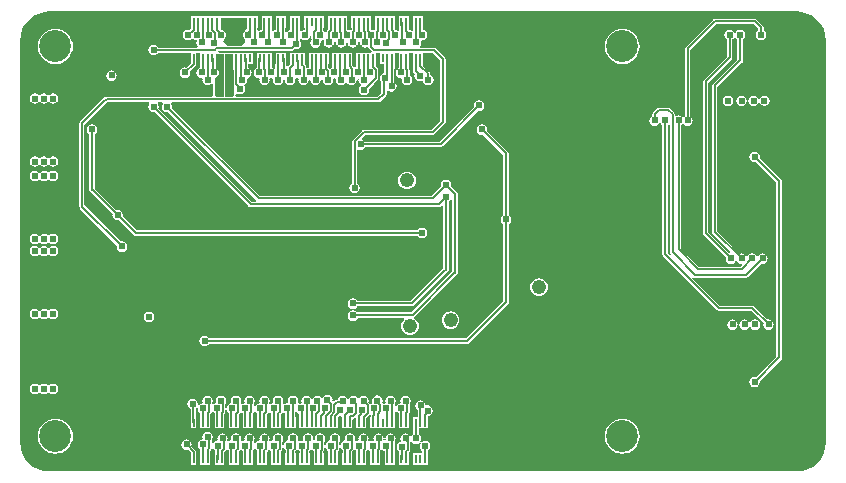
<source format=gbl>
%FSTAX23Y23*%
%MOIN*%
%SFA1B1*%

%IPPOS*%
%ADD17C,0.008000*%
%ADD32R,0.007870X0.027560*%
%ADD54C,0.006000*%
%ADD58C,0.106300*%
%ADD59C,0.024000*%
%ADD60C,0.048000*%
%LNtime4cm4_modular-1*%
%LPD*%
G36*
X02627Y01552D02*
X02645Y01546D01*
X02662Y01537*
X02677Y01525*
X02689Y0151*
X02698Y01494*
X02704Y01475*
X02705Y01455*
Y00119*
X02704Y00099*
X02698Y0008*
X02689Y00063*
X02677Y00049*
X02662Y00036*
X02645Y00027*
X02627Y00022*
X02607Y0002*
X00119*
X00099Y00022*
X0008Y00027*
X00063Y00036*
X00049Y00049*
X00036Y00063*
X00027Y0008*
X00022Y00099*
X0002Y00119*
Y01455*
X00022Y01475*
X00027Y01494*
X00036Y0151*
X00049Y01525*
X00063Y01537*
X0008Y01546*
X00099Y01552*
X00119Y01554*
X02607*
X02627Y01552*
G37*
%LNtime4cm4_modular-2*%
%LPC*%
G36*
X00776Y01538D02*
X00689D01*
X00686Y01537*
X00589*
Y01499*
X00588Y01495*
X00584Y01491*
X0058Y01492*
X00573Y01491*
X00567Y01487*
X00563Y01481*
X00562Y01475*
X00563Y01468*
X00567Y01462*
X00573Y01458*
X0058Y01457*
X00586Y01458*
X00591Y01462*
X00593Y01463*
X00596*
X00598Y01462*
X00603Y01458*
X00608Y01457*
X00608Y01456*
X00607Y0145*
X00608Y01443*
X00612Y01438*
X00611Y01436*
X0061Y01433*
X0048*
X00477Y01437*
X00471Y01441*
X00465Y01442*
X00458Y01441*
X00452Y01437*
X00448Y01431*
X00447Y01425*
X00448Y01418*
X00452Y01412*
X00458Y01408*
X00465Y01407*
X00471Y01408*
X00477Y01412*
X0048Y01416*
X00584*
X00589Y01416*
Y01411*
Y01381*
X00574Y01366*
X0057Y01367*
X00563Y01366*
X00557Y01362*
X00553Y01356*
X00552Y0135*
X00553Y01343*
X00557Y01337*
X00563Y01333*
X0057Y01332*
X00576Y01333*
X00582Y01337*
X00586Y01343*
X00587Y0135*
X00586Y01354*
X00604Y01372*
X00605Y01375*
X00606Y01378*
X00607Y01378*
Y01416*
X00612Y01416*
X00616*
X0062Y01416*
Y01411*
Y01378*
X00621*
Y01366*
X00618Y01366*
X00612Y01362*
X00608Y01356*
X00607Y0135*
X00608Y01343*
X00612Y01337*
X00618Y01333*
X00624Y01332*
X00625Y01332*
X00628Y01328*
X00627Y01325*
X00628Y01318*
X00632Y01312*
X00638Y01308*
X00645Y01307*
X00651Y01308*
X00657Y01312*
X00658Y01314*
X00663Y01313*
Y01276*
X00664Y01274*
X00661Y01269*
X00308*
Y01269*
X00301Y01268*
X00296Y01264*
X00296Y01264*
X00218Y01186*
X00216Y01183*
X00215Y0118*
Y00908*
X00215*
X00215*
X00216Y00906*
X00216Y00904*
X00216Y00904*
X00218Y00899*
X00219Y00897*
X0022Y00896*
X0022Y00896*
X00343Y00773*
X00342Y0077*
X00343Y00763*
X00347Y00757*
X00353Y00753*
X0036Y00752*
X00366Y00753*
X00372Y00757*
X00376Y00763*
X00377Y0077*
X00376Y00776*
X00372Y00782*
X00366Y00786*
X0036Y00787*
X00356Y00786*
X00235Y00907*
X00234Y0091*
Y01176*
X00308Y0125*
X00309Y0125*
X00449*
X00451Y01245*
X00448Y01241*
X00447Y01235*
X00448Y01228*
X00452Y01222*
X00458Y01218*
X00465Y01217*
X00468Y01218*
X00783Y00903*
X00786Y00901*
X0079Y009*
X01415*
X01418Y00901*
X01421Y00903*
X01426Y00908*
X0143Y00906*
Y00699*
X0143Y00698*
X01321Y00589*
X0132Y00589*
X01144*
X01142Y00592*
X01136Y00596*
X0113Y00597*
X01123Y00596*
X01117Y00592*
X01113Y00586*
X01112Y0058*
X01113Y00573*
X01117Y00567*
X01123Y00563*
X0113Y00562*
X01136Y00563*
X01142Y00567*
X01144Y0057*
X01321*
Y0057*
X01328Y00571*
X01333Y00575*
X01333Y00575*
X01333Y00575*
X01444Y00686*
X01444*
X01444Y00686*
X01448Y00691*
X01449Y00698*
X01449*
Y0092*
X01452Y00922*
X01455Y00928*
X01456Y00928*
X0146Y00925*
Y00689*
X0146Y00688*
X01323Y00551*
X01322Y0055*
X01143*
X01142Y00552*
X01136Y00556*
X0113Y00557*
X01123Y00556*
X01117Y00552*
X01113Y00546*
X01112Y0054*
X01113Y00533*
X01117Y00527*
X01123Y00523*
X0113Y00522*
X01136Y00523*
X01142Y00527*
X01145Y00532*
X01299*
X01301Y00527*
X01299Y00525*
X01294Y00519*
X01291Y00512*
X0129Y00505*
X01291Y00497*
X01294Y0049*
X01299Y00484*
X01305Y00479*
X01312Y00476*
X0132Y00475*
X01327Y00476*
X01334Y00479*
X0134Y00484*
X01345Y0049*
X01348Y00497*
X01349Y00505*
X01348Y00512*
X01345Y00519*
X0134Y00525*
X01334Y0053*
X01334Y0053*
X01333Y00536*
X01335Y00537*
X01335Y00537*
X01335Y00537*
X01474Y00676*
X01474*
X01474Y00676*
X01478Y00681*
X01479Y00688*
X01479*
Y00945*
X01478Y00948*
X01476Y00951*
X01456Y00971*
X01457Y00975*
X01456Y00981*
X01452Y00987*
X01446Y00991*
X0144Y00992*
X01433Y00991*
X01427Y00987*
X01423Y00981*
X01422Y00975*
X01423Y00971*
X01391Y00939*
X00818*
X00526Y01231*
X00527Y01235*
X00526Y01241*
X00523Y01245*
X00525Y0125*
X01214*
X01217Y01251*
X0122Y01253*
X01239Y01272*
X01241Y01275*
X01242Y01279*
Y01288*
X01247Y0129*
X01251Y01287*
X01258Y01286*
X01264Y01287*
X0127Y01291*
X01274Y01297*
X01275Y01304*
X01274Y0131*
X0127Y01316*
X01267Y01318*
Y0136*
X01267Y0136*
X01268Y01363*
Y01378*
X01268*
Y01416*
X01273Y01416*
X01277*
X01282Y01416*
Y01411*
Y01378*
X01282*
Y01365*
X01277Y01362*
X01273Y01356*
X01272Y0135*
X01273Y01343*
X01277Y01337*
X01283Y01333*
X01289Y01332*
X0129Y01332*
X01293Y01328*
X01292Y01325*
X01293Y01318*
X01297Y01312*
X01303Y01308*
X0131Y01307*
X01316Y01308*
X01322Y01312*
X01326Y01318*
X01327Y01325*
X01326Y01331*
X01322Y01337*
X01318Y0134*
Y01358*
X01317Y01361*
X01315Y01364*
X01315Y01364*
Y01378*
X01316*
Y01416*
X0132Y01416*
X01324*
X01329Y01416*
Y01411*
Y01378*
X0133*
Y01354*
X01331Y01351*
X01332Y01348*
X01336Y01345*
X01335Y01344*
X01334Y01338*
X01335Y01331*
X01339Y01325*
X01345Y01321*
X01352Y0132*
X01358Y01321*
X0136Y01322*
X01364Y01321*
X01364Y01319*
X01368Y01313*
X01374Y01309*
X01381Y01308*
X01387Y01309*
X01393Y01313*
X01397Y01319*
X01398Y01326*
X01397Y01332*
X01393Y01338*
X01387Y01342*
X01386Y01342*
Y01347*
X01385Y0135*
X01383Y01352*
X01362Y01373*
X01363Y01378*
Y01416*
X01368Y01416*
X01396*
X01421Y01391*
Y01188*
X01391Y01158*
X01165*
X01161Y01157*
X01159Y01155*
X01129Y01125*
X01127Y01123*
X01126Y0112*
Y0098*
X01122Y00977*
X01118Y00971*
X01117Y00965*
X01118Y00958*
X01122Y00952*
X01128Y00948*
X01135Y00947*
X01141Y00948*
X01147Y00952*
X01151Y00958*
X01152Y00965*
X01151Y00971*
X01147Y00977*
X01143Y0098*
Y01092*
X01147Y01094*
X01148Y01093*
X01155Y01092*
X01161Y01093*
X01167Y01097*
X01169Y011*
X01416*
Y011*
X01423Y01101*
X01428Y01105*
X01428Y01105*
Y01105*
X01546Y01223*
X0155Y01222*
X01556Y01223*
X01562Y01227*
X01566Y01233*
X01567Y0124*
X01566Y01246*
X01562Y01252*
X01556Y01256*
X0155Y01257*
X01543Y01256*
X01537Y01252*
X01533Y01246*
X01532Y0124*
X01533Y01236*
X01416Y01119*
X01415Y01119*
X01169*
X01167Y01122*
X01161Y01126*
X01159Y01126*
X01158Y01131*
X01168Y01141*
X01395*
X01398Y01142*
X014Y01144*
X01435Y01179*
X01437Y01181*
X01438Y01185*
Y01395*
X01437Y01398*
X01435Y014*
X01405Y0143*
X01403Y01432*
X014Y01433*
X01354*
X01353Y01436*
X01352Y01438*
X01356Y01443*
X01357Y0145*
X01356Y01453*
X01359Y01457*
X0136Y01457*
X01366Y01458*
X01372Y01462*
X01376Y01468*
X01377Y01475*
X01376Y01481*
X01372Y01487*
X01366Y01491*
X01362Y01491*
Y01499*
X01363*
Y01537*
X01329*
Y01499*
X01331*
Y0149*
X0133Y01489*
X01326Y01488*
X01321Y01491*
X01315Y01492*
Y01499*
X01316*
Y01537*
X01282*
Y01499*
X01284*
Y01492*
X01279Y01489*
X01276Y01491*
X0127Y01492*
X01268Y01494*
X01268Y01499*
Y01537*
X01203*
Y01499*
X01204*
Y01491*
X01203Y0149*
X01198Y0149*
X01196Y01491*
X0119Y01492*
X01189Y01492*
Y01499*
X0119*
Y01537*
X01124*
Y01499*
X01125*
Y01492*
X01124Y01491*
X01124Y0149*
X01118Y0149*
X01116Y01491*
X0111Y01492*
Y01499*
X01111*
Y01537*
X01046*
Y01499*
X01046*
Y01493*
X01044Y0149*
X01042Y01488*
X01041Y01485*
Y01478*
X01037Y01477*
X01037*
X01036Y01481*
X01035Y01481*
X01032Y01487*
X0103Y01488*
Y01499*
X01032*
Y01537*
X00967*
Y01499*
X00968*
Y01491*
X00963Y01491*
X00958Y01487*
X00956Y01487*
X00953Y01489*
Y01499*
X00953*
Y01537*
X0092*
Y01518*
X0092Y01517*
Y01491*
X00918Y01491*
X00912Y01487*
X00909Y01483*
X00904Y01484*
Y01499*
X00906*
Y01537*
X00872*
Y01499*
X00873*
Y01492*
X00868Y01491*
X00863Y01487*
X0086Y01488*
X00858Y01489*
Y01499*
X00859*
Y01537*
X00825*
Y01499*
X00825Y01494*
X00825Y01492*
X00818Y01491*
X00815Y01489*
X0081Y01491*
Y01499*
X00812*
Y01537*
X00778*
X00776Y01538*
G37*
G36*
X0247Y01528D02*
D01*
X02335*
X02331Y01527*
X02329Y01525*
X02239Y01435*
X02237Y01433*
X02236Y0143*
Y01205*
X02233Y01202*
X02231Y01201*
X02228*
X02226Y01202*
X02221Y01206*
X02215Y01207*
X02208Y01206*
X02207Y01205*
X02203Y01207*
Y0121*
X02202Y01213*
X022Y01215*
X02185Y0123*
X02183Y01232*
X0218Y01233*
X0215*
X02146Y01232*
X02144Y0123*
X0213Y01216*
X02128Y01214*
X02127Y01211*
Y01205*
X02122Y01202*
X02118Y01196*
X02117Y0119*
X02118Y01183*
X02122Y01177*
X02128Y01173*
X02135Y01172*
X02141Y01173*
X02147Y01177*
X02149Y01181*
X02155*
X02157Y01177*
X02161Y01175*
Y00745*
X02162Y00741*
X02164Y00739*
X02344Y00559*
X02346Y00557*
X0235Y00556*
X02456*
X02498Y00514*
X02497Y0051*
X02498Y00503*
X02502Y00497*
X02508Y00493*
X02515Y00492*
X02521Y00493*
X02527Y00497*
X02531Y00503*
X02532Y0051*
X02531Y00516*
X02527Y00522*
X02521Y00526*
X02515Y00527*
X0251Y00526*
X02465Y0057*
X02463Y00572*
X0246Y00573*
X02353*
X02261Y00665*
X02264Y00668*
X02266Y00667*
X0227Y00666*
X0244*
X02443Y00667*
X02445Y00669*
X0249Y00713*
X02495Y00712*
X02501Y00713*
X02507Y00717*
X02511Y00723*
X02512Y0073*
X02511Y00736*
X02507Y00742*
X02501Y00746*
X02495Y00747*
X02488Y00746*
X02482Y00742*
X0248Y00738*
X02474*
X02472Y00742*
X02466Y00746*
X0246Y00747*
X02453Y00746*
X02447Y00742*
X02445Y00738*
X02439*
X02437Y00742*
X02431Y00746*
X02425Y00747*
X02421Y00746*
X02344Y00823*
X02344Y00824*
Y013*
X02344Y01301*
X02426Y01383*
X02428Y01386*
X02429Y0139*
Y0146*
X02432Y01462*
X02436Y01468*
X02437Y01475*
X02436Y01481*
X02432Y01487*
X02426Y01491*
X0242Y01492*
X02413Y01491*
X02407Y01487*
X02405Y01483*
X02399*
X02397Y01487*
X02391Y01491*
X02385Y01492*
X02378Y01491*
X02372Y01487*
X02368Y01481*
X02367Y01475*
X02368Y01468*
X02372Y01462*
X02375Y0146*
Y01403*
X02298Y01326*
X02296Y01323*
X02295Y0132*
Y00815*
X02296Y00811*
X02298Y00808*
X02373Y00733*
X02372Y0073*
X02373Y00723*
X02377Y00717*
X02383Y00713*
X0239Y00712*
X02396Y00713*
X02402Y00717*
X02404Y00721*
X0241*
X02412Y00717*
X02418Y00713*
X02424Y00712*
X02425Y0071*
X02426Y00707*
X02421Y00703*
X02283*
X02223Y00763*
Y01175*
X02226Y01177*
X02228Y01178*
X02231*
X02233Y01177*
X02238Y01173*
X02245Y01172*
X02251Y01173*
X02257Y01177*
X02261Y01183*
X02262Y0119*
X02261Y01196*
X02257Y01202*
X02253Y01205*
Y01426*
X02338Y01511*
X02466*
X02481Y01496*
Y0149*
X02477Y01487*
X02473Y01481*
X02472Y01475*
X02473Y01468*
X02477Y01462*
X02483Y01458*
X0249Y01457*
X02496Y01458*
X02502Y01462*
X02506Y01468*
X02507Y01475*
X02506Y01481*
X02502Y01487*
X02498Y0149*
Y015*
X02497Y01503*
X02495Y01505*
X02475Y01525*
X02473Y01527*
X0247Y01528*
G37*
G36*
X02027Y01495D02*
X02016Y01494D01*
X02005Y01491*
X01995Y01485*
X01986Y01478*
X01978Y01469*
X01973Y01459*
X0197Y01448*
X01969Y01437*
X0197Y01425*
X01973Y01414*
X01978Y01404*
X01986Y01395*
X01995Y01388*
X02005Y01383*
X02016Y01379*
X02027Y01378*
X02038Y01379*
X02049Y01383*
X0206Y01388*
X02068Y01395*
X02076Y01404*
X02081Y01414*
X02084Y01425*
X02085Y01437*
X02084Y01448*
X02081Y01459*
X02076Y01469*
X02068Y01478*
X0206Y01485*
X02049Y01491*
X02038Y01494*
X02027Y01495*
G37*
G36*
X00137Y01495D02*
X00126Y01494D01*
X00115Y0149*
X00105Y01485*
X00096Y01478*
X00089Y01469*
X00083Y01459*
X0008Y01448*
X00079Y01437*
X0008Y01425*
X00083Y01414*
X00089Y01404*
X00096Y01395*
X00105Y01388*
X00115Y01383*
X00126Y01379*
X00137Y01378*
X00149Y01379*
X0016Y01383*
X0017Y01388*
X00179Y01395*
X00186Y01404*
X00191Y01414*
X00195Y01425*
X00196Y01437*
X00195Y01448*
X00191Y01459*
X00186Y01469*
X00179Y01478*
X0017Y01485*
X0016Y0149*
X00149Y01494*
X00137Y01495*
G37*
G36*
X00325Y01357D02*
X00318Y01356D01*
X00312Y01352*
X00308Y01346*
X00307Y0134*
X00308Y01333*
X00312Y01327*
X00318Y01323*
X00325Y01322*
X00331Y01323*
X00337Y01327*
X00341Y01333*
X00342Y0134*
X00341Y01346*
X00337Y01352*
X00331Y01356*
X00325Y01357*
G37*
G36*
X0013Y0128D02*
X00123Y01279D01*
X00118Y01275*
X00116Y01274*
X00113*
X00111Y01275*
X00106Y01279*
X001Y0128*
X00093Y01279*
X00087Y01275*
X00087Y01274*
X00082*
X00082Y01275*
X00076Y01279*
X0007Y0128*
X00063Y01279*
X00057Y01275*
X00053Y01269*
X00052Y01263*
X00053Y01256*
X00057Y0125*
X00063Y01247*
X0007Y01245*
X00076Y01247*
X00082Y0125*
X00082Y01251*
X00087*
X00087Y0125*
X00093Y01247*
X001Y01245*
X00106Y01247*
X00111Y0125*
X00113Y01251*
X00116*
X00118Y0125*
X00123Y01247*
X0013Y01245*
X00136Y01247*
X00142Y0125*
X00146Y01256*
X00147Y01263*
X00146Y01269*
X00142Y01275*
X00136Y01279*
X0013Y0128*
G37*
G36*
X02501Y01273D02*
X02494Y01272D01*
X02489Y01268*
X02485Y01263*
X02485Y01263*
X02484Y01262*
X0248Y01262*
X02477Y01267*
X02471Y01271*
X02465Y01272*
X02458Y01271*
X02452Y01267*
X02448Y01261*
X02447Y01255*
X02448Y01248*
X02452Y01242*
X02458Y01238*
X02465Y01237*
X02471Y01238*
X02477Y01242*
X02481Y01248*
X02481Y01248*
X02482Y01248*
X02486Y01248*
X02489Y01244*
X02494Y0124*
X02501Y01239*
X02508Y0124*
X02513Y01244*
X02517Y01249*
X02518Y01256*
X02517Y01263*
X02513Y01268*
X02508Y01272*
X02501Y01273*
G37*
G36*
X02425Y01272D02*
X02418Y01271D01*
X02412Y01267*
X02408Y01261*
X02407Y01255*
X02408Y01248*
X02412Y01242*
X02418Y01238*
X02425Y01237*
X02431Y01238*
X02437Y01242*
X02441Y01248*
X02442Y01255*
X02441Y01261*
X02437Y01267*
X02431Y01271*
X02425Y01272*
G37*
G36*
X0238D02*
X02373Y01271D01*
X02367Y01267*
X02363Y01261*
X02362Y01255*
X02363Y01248*
X02367Y01242*
X02373Y01238*
X0238Y01237*
X02386Y01238*
X02392Y01242*
X02396Y01248*
X02397Y01255*
X02396Y01261*
X02392Y01267*
X02386Y01271*
X0238Y01272*
G37*
G36*
X0013Y0107D02*
X00123Y01069D01*
X00118Y01065*
X00116Y01064*
X00113*
X00111Y01065*
X00106Y01069*
X001Y0107*
X00093Y01069*
X00087Y01065*
X00087Y01064*
X00082*
X00082Y01065*
X00076Y01069*
X0007Y0107*
X00063Y01069*
X00057Y01065*
X00053Y01059*
X00052Y01053*
X00053Y01046*
X00057Y0104*
X00063Y01037*
X0007Y01035*
X00076Y01037*
X00082Y0104*
X00082Y01041*
X00087*
X00087Y0104*
X00093Y01037*
X001Y01035*
X00106Y01037*
X00111Y0104*
X00113Y01041*
X00116*
X00118Y0104*
X00123Y01037*
X0013Y01035*
X00136Y01037*
X00142Y0104*
X00146Y01046*
X00147Y01053*
X00146Y01059*
X00142Y01065*
X00136Y01069*
X0013Y0107*
G37*
G36*
Y01022D02*
X00123Y01021D01*
X00117Y01017*
X00117Y01016*
X00112*
X00112Y01017*
X00106Y01021*
X001Y01022*
X00093Y01021*
X00088Y01017*
X00086Y01016*
X00083*
X00081Y01017*
X00076Y01021*
X0007Y01022*
X00063Y01021*
X00057Y01017*
X00053Y01011*
X00052Y01005*
X00053Y00998*
X00057Y00992*
X00063Y00988*
X0007Y00987*
X00076Y00988*
X00081Y00992*
X00083Y00993*
X00086*
X00088Y00992*
X00093Y00988*
X001Y00987*
X00106Y00988*
X00112Y00992*
X00112Y00993*
X00117*
X00117Y00992*
X00123Y00988*
X0013Y00987*
X00136Y00988*
X00142Y00992*
X00146Y00998*
X00147Y01005*
X00146Y01011*
X00142Y01017*
X00136Y01021*
X0013Y01022*
G37*
G36*
X0131Y01019D02*
X01302Y01018D01*
X01295Y01015*
X01289Y0101*
X01284Y01004*
X01281Y00997*
X0128Y0099*
X01281Y00982*
X01284Y00975*
X01289Y00969*
X01295Y00964*
X01302Y00961*
X0131Y0096*
X01317Y00961*
X01324Y00964*
X0133Y00969*
X01335Y00975*
X01338Y00982*
X01339Y0099*
X01338Y00997*
X01335Y01004*
X0133Y0101*
X01324Y01015*
X01317Y01018*
X0131Y01019*
G37*
G36*
X0013Y00812D02*
X00123Y00811D01*
X00117Y00807*
X00117Y00806*
X00112*
X00112Y00807*
X00106Y00811*
X001Y00812*
X00093Y00811*
X00088Y00807*
X00086Y00806*
X00083*
X00081Y00807*
X00076Y00811*
X0007Y00812*
X00063Y00811*
X00057Y00807*
X00053Y00801*
X00052Y00795*
X00053Y00788*
X00057Y00782*
X00063Y00778*
X0007Y00777*
X00076Y00778*
X00081Y00782*
X00083Y00783*
X00086*
X00088Y00782*
X00093Y00778*
X001Y00777*
X00106Y00778*
X00112Y00782*
X00112Y00783*
X00117*
X00117Y00782*
X00123Y00778*
X0013Y00777*
X00136Y00778*
X00142Y00782*
X00146Y00788*
X00147Y00795*
X00146Y00801*
X00142Y00807*
X00136Y00811*
X0013Y00812*
G37*
G36*
X0026Y01177D02*
X00253Y01176D01*
X00247Y01172*
X00243Y01166*
X00242Y0116*
X00243Y01153*
X00247Y01147*
X0025Y01145*
Y00963*
X0025*
X00251Y00956*
X00255Y00951*
X00255Y00951*
X00328Y00878*
X00327Y00875*
X00328Y00868*
X00332Y00862*
X00338Y00858*
X00345Y00857*
X00348Y00858*
X00398Y00808*
X00401Y00806*
X00405Y00805*
X01345*
X01347Y00802*
X01353Y00798*
X0136Y00797*
X01366Y00798*
X01372Y00802*
X01376Y00808*
X01377Y00815*
X01376Y00821*
X01372Y00827*
X01366Y00831*
X0136Y00832*
X01353Y00831*
X01347Y00827*
X01345Y00824*
X00408*
X00361Y00871*
X00362Y00875*
X00361Y00881*
X00357Y00887*
X00351Y00891*
X00345Y00892*
X00341Y00891*
X00269Y00963*
X00269Y00964*
Y01145*
X00272Y01147*
X00276Y01153*
X00277Y0116*
X00276Y01166*
X00272Y01172*
X00266Y01176*
X0026Y01177*
G37*
G36*
X0013Y00772D02*
X00123Y00771D01*
X00118Y00767*
X00116Y00766*
X00113*
X00111Y00767*
X00106Y00771*
X001Y00772*
X00093Y00771*
X00088Y00767*
X00086Y00766*
X00083*
X00081Y00767*
X00076Y00771*
X0007Y00772*
X00063Y00771*
X00057Y00767*
X00053Y00761*
X00052Y00755*
X00053Y00748*
X00057Y00742*
X00063Y00738*
X0007Y00737*
X00076Y00738*
X00081Y00742*
X00083Y00743*
X00086*
X00088Y00742*
X00093Y00738*
X001Y00737*
X00106Y00738*
X00111Y00742*
X00113Y00743*
X00116*
X00118Y00742*
X00123Y00738*
X0013Y00737*
X00136Y00738*
X00142Y00742*
X00146Y00748*
X00147Y00755*
X00146Y00761*
X00142Y00767*
X00136Y00771*
X0013Y00772*
G37*
G36*
X0175Y00664D02*
X01742Y00663D01*
X01735Y0066*
X01729Y00655*
X01724Y00649*
X01721Y00642*
X0172Y00635*
X01721Y00627*
X01724Y0062*
X01729Y00614*
X01735Y00609*
X01742Y00606*
X0175Y00605*
X01757Y00606*
X01764Y00609*
X0177Y00614*
X01775Y0062*
X01778Y00627*
X01779Y00635*
X01778Y00642*
X01775Y00649*
X0177Y00655*
X01764Y0066*
X01757Y00663*
X0175Y00664*
G37*
G36*
X0013Y00562D02*
X00123Y00561D01*
X00117Y00557*
X00117Y00556*
X00112*
X00112Y00557*
X00106Y00561*
X001Y00562*
X00093Y00561*
X00088Y00557*
X00086Y00556*
X00083*
X00081Y00557*
X00076Y00561*
X0007Y00562*
X00063Y00561*
X00057Y00557*
X00053Y00551*
X00052Y00545*
X00053Y00538*
X00057Y00532*
X00063Y00528*
X0007Y00527*
X00076Y00528*
X00082Y00532*
X00082Y00533*
X00087*
X00087Y00532*
X00093Y00528*
X001Y00527*
X00106Y00528*
X00112Y00532*
X00112Y00533*
X00117*
X00117Y00532*
X00123Y00528*
X0013Y00527*
X00136Y00528*
X00142Y00532*
X00146Y00538*
X00147Y00545*
X00146Y00551*
X00142Y00557*
X00136Y00561*
X0013Y00562*
G37*
G36*
X0247Y00527D02*
X02463Y00526D01*
X02457Y00522*
X02455Y00518*
X02449*
X02447Y00522*
X02441Y00526*
X02435Y00527*
X02428Y00526*
X02422Y00522*
X02418Y00516*
X02417Y0051*
X02418Y00503*
X02422Y00497*
X02428Y00493*
X02435Y00492*
X02441Y00493*
X02447Y00497*
X02449Y00501*
X02455*
X02457Y00497*
X02463Y00493*
X0247Y00492*
X02476Y00493*
X02482Y00497*
X02486Y00503*
X02487Y0051*
X02486Y00516*
X02482Y00522*
X02476Y00526*
X0247Y00527*
G37*
G36*
X0045Y00552D02*
X00443Y00551D01*
X00437Y00547*
X00433Y00541*
X00432Y00535*
X00433Y00528*
X00437Y00522*
X00443Y00518*
X0045Y00517*
X00456Y00518*
X00462Y00522*
X00466Y00528*
X00467Y00535*
X00466Y00541*
X00462Y00547*
X00456Y00551*
X0045Y00552*
G37*
G36*
X01455Y00554D02*
X01447Y00553D01*
X0144Y0055*
X01434Y00545*
X01429Y00539*
X01426Y00532*
X01425Y00525*
X01426Y00517*
X01429Y0051*
X01434Y00504*
X0144Y00499*
X01447Y00496*
X01455Y00495*
X01462Y00496*
X01469Y00499*
X01475Y00504*
X0148Y0051*
X01483Y00517*
X01484Y00525*
X01483Y00532*
X0148Y00539*
X01475Y00545*
X01469Y0055*
X01462Y00553*
X01455Y00554*
G37*
G36*
X02395Y00527D02*
X02388Y00526D01*
X02382Y00522*
X02378Y00516*
X02377Y0051*
X02378Y00503*
X02382Y00497*
X02388Y00493*
X02395Y00492*
X02401Y00493*
X02407Y00497*
X02411Y00503*
X02412Y0051*
X02411Y00516*
X02407Y00522*
X02401Y00526*
X02395Y00527*
G37*
G36*
X0156Y01177D02*
X01553Y01176D01*
X01547Y01172*
X01543Y01166*
X01542Y0116*
X01543Y01153*
X01547Y01147*
X01553Y01143*
X0156Y01142*
X01563Y01143*
X0163Y01076*
Y00874*
X01627Y00872*
X01623Y00866*
X01622Y0086*
X01623Y00853*
X01627Y00847*
X0163Y00845*
Y00588*
X01506Y00464*
X00649*
X00647Y00467*
X00641Y00471*
X00635Y00472*
X00628Y00471*
X00622Y00467*
X00618Y00461*
X00617Y00455*
X00618Y00448*
X00622Y00442*
X00628Y00438*
X00635Y00437*
X00641Y00438*
X00647Y00442*
X00649Y00445*
X0151*
X01513Y00446*
X01516Y00448*
X01646Y00578*
X01648Y00581*
X01649Y00585*
Y00845*
X01652Y00847*
X01656Y00853*
X01657Y0086*
X01656Y00866*
X01652Y00872*
X01649Y00874*
Y0108*
X01648Y01083*
X01646Y01086*
X01576Y01156*
X01577Y0116*
X01576Y01166*
X01572Y01172*
X01566Y01176*
X0156Y01177*
G37*
G36*
X02469Y01086D02*
X02462Y01085D01*
X02457Y01081*
X02453Y01075*
X02451Y01069*
X02453Y01062*
X02457Y01057*
X02462Y01053*
X02469Y01051*
X02472Y01052*
X0254Y00984*
Y00403*
X02472Y00335*
X02468Y00335*
X02461Y00334*
X02456Y0033*
X02452Y00325*
X02451Y00318*
X02452Y00311*
X02456Y00306*
X02461Y00302*
X02468Y00301*
X02475Y00302*
X0248Y00306*
X02484Y00311*
X02485Y00318*
X02485Y00322*
X02556Y00393*
X02558Y00396*
X02559Y004*
Y00988*
X02558Y00992*
X02556Y00995*
X02485Y01065*
X02486Y01069*
X02485Y01075*
X02481Y01081*
X02475Y01085*
X02469Y01086*
G37*
G36*
X0013Y00312D02*
X00123Y00311D01*
X00117Y00307*
X00117Y00306*
X00112*
X00112Y00307*
X00106Y00311*
X001Y00312*
X00093Y00311*
X00087Y00307*
X00087Y00306*
X00082*
X00082Y00307*
X00076Y00311*
X0007Y00312*
X00063Y00311*
X00057Y00307*
X00053Y00301*
X00052Y00295*
X00053Y00288*
X00057Y00282*
X00063Y00278*
X0007Y00277*
X00076Y00278*
X00082Y00282*
X00082Y00283*
X00087*
X00087Y00282*
X00093Y00278*
X001Y00277*
X00106Y00278*
X00112Y00282*
X00112Y00283*
X00117*
X00117Y00282*
X00123Y00278*
X0013Y00277*
X00136Y00278*
X00142Y00282*
X00146Y00288*
X00147Y00295*
X00146Y00301*
X00142Y00307*
X00136Y00311*
X0013Y00312*
G37*
G36*
X01044Y00276D02*
X01038Y00274D01*
X01032Y0027*
X01029Y00266*
X01025Y00265*
X01023Y00265*
X01022Y00267*
X01016Y00271*
X0101Y00272*
X01003Y00271*
X00998Y00267*
X00995Y00263*
X0099Y00263*
X00989Y00263*
X00987Y00267*
X00981Y00271*
X00975Y00272*
X00968Y00271*
X00962Y00267*
X00958Y00261*
X00957Y00255*
X00958Y00252*
X00956Y00247*
X00954Y00246*
X0095Y00246*
X00949Y00246*
X00948Y00247*
X00946Y00249*
X00947Y00255*
X00946Y00261*
X00942Y00267*
X00936Y00271*
X0093Y00272*
X00923Y00271*
X00917Y00267*
X00913Y00261*
X00912Y00255*
X00913Y00251*
X0091Y00247*
X00909Y00247*
X00903Y00246*
X00902Y00245*
X00895Y00246*
X00895Y00247*
X00896Y00248*
X00897Y00255*
X00896Y00261*
X00892Y00267*
X00886Y00271*
X0088Y00272*
X00873Y00271*
X00867Y00267*
X00863Y00261*
X00862Y00255*
X00863Y00252*
X00859Y00246*
X00858Y00246*
X00857Y00245*
X0085Y00246*
X0085Y00247*
X00851Y00248*
X00852Y00255*
X00851Y00261*
X00847Y00267*
X00841Y00271*
X00835Y00272*
X00828Y00271*
X00822Y00267*
X00818Y00261*
X00817Y00255*
X00818Y00252*
X00814Y00246*
X00813Y00246*
X00807Y00242*
X00804Y00236*
X00803Y00236*
X00802Y00232*
X00802*
X00798Y00233*
Y00244*
X00801Y00248*
X00802Y00255*
X00801Y00261*
X00797Y00267*
X00791Y00271*
X00785Y00272*
X00778Y00271*
X00772Y00267*
X00768Y00261*
X00767Y00255*
X00768Y00252*
X00764Y00246*
X00763Y00246*
X00762Y00245*
X00755Y00246*
X00755Y00247*
X00756Y00248*
X00757Y00255*
X00756Y00261*
X00752Y00267*
X00746Y00271*
X0074Y00272*
X00733Y00271*
X00727Y00267*
X00723Y00261*
X00722Y00255*
X00723Y00252*
X00719Y00246*
X00718Y00246*
X00712Y00242*
X00709Y00236*
X00708Y00236*
X00707Y00232*
X00707*
X00703Y00233*
Y00244*
X00706Y00248*
X00707Y00255*
X00706Y00261*
X00702Y00267*
X00696Y00271*
X0069Y00272*
X00683Y00271*
X00677Y00267*
X00673Y00261*
X00672Y00255*
X00673Y00252*
X00669Y00246*
X00668Y00246*
X00667Y00245*
X0066Y00246*
X0066Y00247*
X00661Y00248*
X00662Y00255*
X00661Y00261*
X00657Y00267*
X00651Y00271*
X00645Y00272*
X00638Y00271*
X00632Y00267*
X00628Y00261*
X00627Y00255*
X00628Y00252*
X00624Y00246*
X00623Y00246*
X00617Y00242*
X00616Y0024*
X00611Y00242*
X00612Y00245*
X00611Y00251*
X00607Y00257*
X00601Y00261*
X00595Y00262*
X00588Y00261*
X00582Y00257*
X00578Y00251*
X00577Y00245*
X00578Y00238*
X00582Y00232*
X00588Y00228*
X00589Y00228*
Y00184*
X00589Y00183*
Y00164*
X00607*
Y00202*
X00605*
Y0023*
X00608Y00232*
X00612Y0023*
X00612Y0023*
X00613Y00223*
X00617Y00217*
X00621Y00215*
Y00202*
X0062*
Y00164*
X00654*
Y00202*
X00653*
Y0021*
X00655Y00212*
X00657Y00215*
X00657Y00216*
X00661Y00217*
X00663Y00217*
X00668Y00214*
Y00184*
X00668Y00183*
Y00164*
X00701*
Y00202*
X00701*
Y00211*
X00702Y00214*
X00703Y00217*
Y00226*
X00707Y00227*
X00707*
X00708Y00223*
X00709Y00223*
X00712Y00217*
X00716Y00215*
Y00202*
X00715*
Y00164*
X00749*
Y00202*
X00748*
Y0021*
X0075Y00212*
X00752Y00215*
X00752Y00216*
X00757Y00217*
X00762Y00214*
Y00184*
X00762Y00183*
Y00164*
X00796*
Y00202*
X00795*
Y00211*
X00795Y00211*
X00797Y00214*
X00798Y00217*
Y00226*
X00802Y00227*
X00802*
X00803Y00223*
X00804Y00223*
X00807Y00217*
X00811Y00215*
Y00202*
X00809*
Y00164*
X00843*
Y00202*
X00842*
Y0021*
X00845Y00213*
X00847Y00215*
X00847Y00216*
X00852Y00217*
X00857Y00214*
Y00202*
X00857*
Y00164*
X0089*
Y00202*
X0089*
Y00211*
X0089Y00211*
X00892Y00214*
X00892Y00216*
X00896Y00217*
X00897Y00217*
X00898Y00217*
X00903Y00213*
X00904Y00213*
Y00184*
X00904Y00183*
Y00164*
X00938*
Y00202*
X00937*
Y00217*
X00937Y00217*
X00937Y00218*
X00942Y00219*
X00944Y00217*
X00949Y00213*
X00951Y00213*
Y00184*
X00951Y00183*
Y00164*
X01079*
Y00183*
X01079Y00184*
Y00202*
X01085Y00208*
X01087Y00207*
X01089Y00208*
X01089Y00208*
X01091Y00206*
X01093Y00202*
Y00164*
X01127*
Y00193*
X0113Y00196*
X01133Y00197*
X01135Y00199*
X01136Y00199*
X0114Y00197*
Y00164*
X01174*
Y00183*
X01174Y00184*
Y00199*
X01184Y00209*
X01189Y00207*
X01189Y00206*
X01187Y00202*
Y00164*
X01268*
Y00202*
X01268*
Y00215*
X01268Y00216*
Y00226*
X01272Y00227*
X01272*
X01273Y00223*
X01274Y00223*
X01277Y00217*
X01282Y00214*
Y00202*
X01282*
Y00164*
X01316*
Y00202*
X01315*
Y00211*
X01315Y00211*
X01317Y00214*
X01318Y00217*
Y00244*
X01321Y00248*
X01322Y00255*
X01321Y00261*
X01317Y00267*
X01311Y00271*
X01305Y00272*
X01298Y00271*
X01292Y00267*
X01288Y00261*
X01287Y00255*
X01288Y00252*
X01284Y00246*
X01283Y00246*
X01277Y00242*
X01274Y00236*
X01273Y00236*
X01272Y00232*
X01272*
X01268Y00233*
Y00244*
X01271Y00248*
X01272Y00255*
X01271Y00261*
X01267Y00267*
X01261Y00271*
X01255Y00272*
X01248Y00271*
X01242Y00267*
X01238Y00261*
X01237Y00255*
X01238Y00252*
X01234Y00246*
X0123Y00246*
X01226Y0025*
X01228Y00256*
X01226Y00263*
X01223Y00269*
X01217Y00272*
X0121Y00274*
X01204Y00272*
X01198Y00269*
X01194Y00263*
X01193Y00256*
X01194Y00251*
X01193Y00246*
X01191Y00245*
X01185Y00245*
X01185Y00246*
X01181Y0025*
X01182Y00255*
X01181Y00261*
X01177Y00267*
X01171Y00271*
X01165Y00272*
X01158Y00271*
X01152Y00267*
X01151Y00264*
X01145Y00264*
X01142Y00268*
X01137Y00272*
X0113Y00273*
X01124Y00272*
X01118Y00268*
X01115Y00263*
X01111Y00263*
X01109Y00263*
X01107Y00267*
X01101Y00271*
X01095Y00272*
X01088Y00271*
X01082Y00267*
X01078Y00261*
X01076Y00259*
X01073Y00259*
X0107Y00257*
X01067Y00253*
X01066Y00253*
X01061Y00257*
X01062Y00258*
X0106Y00265*
X01057Y0027*
X01051Y00274*
X01044Y00276*
G37*
G36*
X01355Y00257D02*
X01348Y00256D01*
X01342Y00252*
X01338Y00246*
X01337Y0024*
X01338Y00233*
X01342Y00227*
X01346Y00225*
Y00202*
X01329*
Y00164*
X01331Y00163*
X01331Y0016*
Y00145*
X01327Y00142*
X01325Y00138*
X01319*
X01317Y00142*
X01311Y00146*
X01305Y00147*
X01298Y00146*
X01292Y00142*
X01288Y00136*
X01287Y0013*
X01288Y00123*
X01289Y00122*
X01287Y00118*
X01286Y00118*
X0128Y00114*
X01276Y00108*
X01275Y00102*
X01276Y00095*
X0128Y00089*
X01284Y00087*
Y0008*
X01282*
Y00043*
X01316*
Y0008*
X01316Y00085*
X01318Y00087*
X0132Y0009*
X01321Y00093*
Y00117*
X0132Y00119*
X01325Y00121*
X01327Y00117*
X01333Y00113*
X0134Y00112*
X01346Y00113*
X0135Y00116*
X01352Y00117*
X01356Y00114*
X01353Y00111*
X01352Y00105*
X01353Y00098*
X01357Y00092*
X01361Y00089*
Y0008*
X01329*
Y00043*
X01379*
Y0008*
X01378*
Y0009*
X01382Y00092*
X01386Y00098*
X01387Y00105*
X01386Y00111*
X01382Y00117*
X01376Y00121*
X0137Y00122*
X01363Y00121*
X01359Y00118*
X01357Y00117*
X01353Y0012*
X01356Y00123*
X01357Y0013*
X01356Y00136*
X01352Y00142*
X01348Y00144*
Y00163*
X01349Y00164*
X01379*
Y00202*
X01381Y00206*
X01385Y00206*
X01391Y0021*
X01394Y00216*
X01396Y00223*
X01394Y00229*
X01391Y00235*
X01385Y00239*
X01378Y0024*
X01373Y00239*
X01372Y0024*
X01371Y00246*
X01367Y00252*
X01361Y00256*
X01355Y00257*
G37*
G36*
X02027Y00196D02*
X02016Y00195D01*
X02005Y00191*
X01995Y00186*
X01986Y00179*
X01978Y0017*
X01973Y0016*
X0197Y00149*
X01969Y00137*
X0197Y00126*
X01973Y00115*
X01978Y00105*
X01986Y00096*
X01995Y00089*
X02005Y00083*
X02016Y0008*
X02027Y00079*
X02038Y0008*
X02049Y00083*
X0206Y00089*
X02068Y00096*
X02076Y00105*
X02081Y00115*
X02084Y00126*
X02085Y00137*
X02084Y00149*
X02081Y0016*
X02076Y0017*
X02068Y00179*
X0206Y00186*
X02049Y00191*
X02038Y00195*
X02027Y00196*
G37*
G36*
X00137D02*
X00126Y00195D01*
X00115Y00191*
X00105Y00186*
X00096Y00179*
X00089Y0017*
X00083Y0016*
X0008Y00149*
X00079Y00137*
X0008Y00126*
X00083Y00115*
X00089Y00105*
X00096Y00096*
X00105Y00089*
X00115Y00083*
X00126Y0008*
X00137Y00079*
X00149Y0008*
X0016Y00083*
X0017Y00089*
X00179Y00096*
X00186Y00105*
X00191Y00115*
X00195Y00126*
X00196Y00137*
X00195Y00149*
X00191Y0016*
X00186Y0017*
X00179Y00179*
X0017Y00186*
X0016Y00191*
X00149Y00195*
X00137Y00196*
G37*
G36*
X00645Y00152D02*
X00638Y00151D01*
X00632Y00147*
X00628Y00141*
X00627Y00135*
X00628Y00132*
X00624Y00126*
X00623Y00126*
X00617Y00122*
X00613Y00116*
X00612Y0011*
X00613Y00103*
X00617Y00097*
X00621Y00095*
Y0008*
X0062*
Y00043*
X00654*
Y0008*
X00653*
Y00089*
X00655Y00091*
X00657Y00094*
X00658Y00097*
Y00101*
X00662Y00102*
X00662*
X00663Y00098*
X00664Y00098*
X00667Y00092*
X00669Y00091*
Y0008*
X00668*
Y00043*
X00701*
Y0008*
X00701*
Y00086*
X00705Y0009*
X00706Y00092*
X0071Y00093*
X00712Y00093*
X00712Y00092*
X00716Y0009*
Y0008*
X00715*
Y00043*
X00749*
Y0008*
X00748*
Y00087*
X0075Y00089*
X00752Y00091*
X00754Y00092*
X00757Y00092*
X00757Y00092*
X00762Y00089*
Y00062*
X00762Y00062*
Y00043*
X00796*
Y0008*
X00795*
Y00088*
X00795Y00088*
X00797Y00091*
X00798Y00094*
Y00094*
Y00101*
X00802Y00102*
X00802*
X00803Y00098*
X00804Y00098*
X00807Y00092*
X00811Y0009*
Y0008*
X00809*
Y00043*
X00843*
Y0008*
X00842*
Y00086*
X00845Y00089*
X00847Y00092*
X00849Y00092*
X00852Y00092*
X00852Y00092*
X00857Y00089*
Y0008*
X00857*
Y00043*
X0089*
Y0008*
X0089*
Y00088*
X0089Y00088*
X00892Y00091*
X00893Y00094*
Y00101*
X00897Y00102*
X00897*
X00898Y00098*
X00899Y00098*
X00902Y00092*
X00906Y0009*
Y0008*
X00904*
Y00043*
X00938*
Y0008*
X00937*
Y00086*
X0094Y0009*
X00942Y00092*
X00945Y00092*
X00947Y00092*
X00947Y00092*
X00952Y00089*
Y0008*
X00951*
Y00043*
X00985*
Y0008*
X00984*
Y00089*
X00985Y0009*
X00986Y00092*
X0099Y00093*
X00992Y00093*
X00992Y00092*
X00998Y00088*
X00998Y00088*
Y00062*
X00998Y00062*
Y00043*
X01032*
Y0008*
X01031*
Y00089*
X01032Y0009*
X01033Y00093*
Y00101*
X01037Y00102*
X01037*
X01038Y00098*
X01039Y00098*
X01042Y00092*
X01046Y00089*
Y0008*
X01046*
Y00043*
X01079*
Y0008*
X01079*
Y00087*
X0108Y00089*
X01082Y00091*
X01083Y00095*
Y00101*
X01087Y00102*
X01087*
X01088Y00098*
X01089Y00098*
X01092Y00092*
X01095Y00091*
Y0008*
X01093*
Y00043*
X01127*
Y0008*
X01126*
Y00086*
X0113Y0009*
X01131Y00092*
X01135Y00093*
X01137Y00093*
X01137Y00092*
X01141Y0009*
Y0008*
X0114*
Y00043*
X01174*
Y0008*
X01173*
Y00087*
X01175Y00089*
X01177Y00091*
X01179Y00092*
X01182Y00092*
Y00092*
X01187Y00089*
Y00062*
X01187Y00062*
Y00043*
X01221*
Y0008*
X0122*
Y0009*
X0122Y0009*
X01221Y00092*
X01225Y00093*
X01227Y00092*
X01227Y00092*
X01233Y00088*
X01235Y00088*
Y00062*
X01235Y00062*
Y00043*
X01268*
Y0008*
X01268*
Y00118*
X01271Y00123*
X01272Y0013*
X01271Y00136*
X01267Y00142*
X01261Y00146*
X01255Y00147*
X01248Y00146*
X01242Y00142*
X01238Y00136*
X01237Y0013*
X01238Y00126*
X01237Y00125*
X01234Y00124*
X01232Y00126*
X01231Y00127*
X01232Y0013*
X01231Y00136*
X01227Y00142*
X01221Y00146*
X01215Y00147*
X01208Y00146*
X01202Y00142*
X01198Y00136*
X01197Y0013*
X01198Y00126*
X01195Y00122*
X01194Y00122*
X01188Y00121*
X01187Y0012*
X0118Y00121*
X0118Y00122*
X01181Y00123*
X01182Y0013*
X01181Y00136*
X01177Y00142*
X01171Y00146*
X01165Y00147*
X01158Y00146*
X01152Y00142*
X01148Y00136*
X01147Y0013*
X01148Y00127*
X01144Y00121*
X01143Y00121*
X01142Y0012*
X01135Y00121*
X01135Y00122*
X01136Y00123*
X01137Y0013*
X01136Y00136*
X01132Y00142*
X01126Y00146*
X0112Y00147*
X01113Y00146*
X01107Y00142*
X01103Y00136*
X01102Y0013*
X01103Y00127*
X01099Y00121*
X01098Y00121*
X01092Y00117*
X01089Y00111*
X01088Y00111*
X01087Y00107*
X01087*
X01083Y00108*
Y00119*
X01086Y00123*
X01087Y0013*
X01086Y00136*
X01082Y00142*
X01076Y00146*
X0107Y00147*
X01063Y00146*
X01057Y00142*
X01053Y00136*
X01052Y0013*
X01053Y00127*
X01049Y00121*
X01048Y00121*
X01042Y00117*
X01039Y00111*
X01038Y00111*
X01037Y00107*
X01037*
X01033Y00108*
Y00119*
X01036Y00123*
X01037Y0013*
X01036Y00136*
X01032Y00142*
X01026Y00146*
X0102Y00147*
X01013Y00146*
X01007Y00142*
X01003Y00136*
X01002Y0013*
X01002Y00129*
X01Y00126*
X00997Y00129*
X00997Y0013*
X00996Y00136*
X00992Y00142*
X00986Y00146*
X0098Y00147*
X00973Y00146*
X00967Y00142*
X00963Y00136*
X00962Y0013*
X00963Y00126*
X0096Y00122*
X00959Y00122*
X00953Y00121*
X00952Y0012*
X00945Y00121*
X00945Y00122*
X00946Y00123*
X00947Y0013*
X00946Y00136*
X00942Y00142*
X00936Y00146*
X0093Y00147*
X00923Y00146*
X00917Y00142*
X00913Y00136*
X00912Y0013*
X00913Y00127*
X00909Y00121*
X00908Y00121*
X00902Y00117*
X00899Y00111*
X00898Y00111*
X00897Y00107*
X00897*
X00893Y00108*
Y00119*
X00896Y00123*
X00897Y0013*
X00896Y00136*
X00892Y00142*
X00886Y00146*
X0088Y00147*
X00873Y00146*
X00867Y00142*
X00863Y00136*
X00862Y0013*
X00863Y00127*
X00859Y00121*
X00858Y00121*
X00857Y0012*
X0085Y00121*
X0085Y00122*
X00851Y00123*
X00852Y0013*
X00851Y00136*
X00847Y00142*
X00841Y00146*
X00835Y00147*
X00828Y00146*
X00822Y00142*
X00818Y00136*
X00817Y0013*
X00818Y00127*
X00814Y00121*
X00813Y00121*
X00807Y00117*
X00804Y00111*
X00803Y00111*
X00802Y00107*
X00802*
X00798Y00108*
Y00119*
X00801Y00123*
X00802Y0013*
X00801Y00136*
X00797Y00142*
X00791Y00146*
X00785Y00147*
X00778Y00146*
X00772Y00142*
X00768Y00136*
X00767Y0013*
X00768Y00127*
X00764Y00121*
X00763Y00121*
X00762Y0012*
X00755Y00121*
X00755Y00122*
X00756Y00123*
X00757Y0013*
X00756Y00136*
X00752Y00142*
X00746Y00146*
X0074Y00147*
X00733Y00146*
X00727Y00142*
X00723Y00136*
X00722Y0013*
X00723Y00127*
X00719Y00121*
X00718Y00121*
X00717Y0012*
X0071Y00121*
X0071Y00122*
X00711Y00123*
X00712Y0013*
X00711Y00136*
X00707Y00142*
X00701Y00146*
X00695Y00147*
X00688Y00146*
X00682Y00142*
X00678Y00136*
X00677Y0013*
X00678Y00127*
X00674Y00121*
X00673Y00121*
X00667Y00117*
X00664Y00111*
X00663Y00111*
X00662Y00107*
X00662*
X00658Y00108*
Y00124*
X00661Y00128*
X00662Y00135*
X00661Y00141*
X00657Y00147*
X00651Y00151*
X00645Y00152*
G37*
G36*
X00575Y00127D02*
X00568Y00126D01*
X00562Y00122*
X00558Y00116*
X00557Y0011*
X00558Y00103*
X00562Y00097*
X00568Y00093*
X00575Y00092*
X00579Y00093*
X00588Y00085*
X00589Y0008*
Y00043*
X00607*
Y0008*
X00606*
Y00086*
X00605Y00089*
X00604Y00092*
X00591Y00105*
X00592Y0011*
X00591Y00116*
X00587Y00122*
X00581Y00126*
X00575Y00127*
G37*
%LNtime4cm4_modular-3*%
%LPD*%
G36*
X00991Y01472D02*
Y01465D01*
X00992Y01461*
X00992Y01461*
X00988Y01456*
X00987Y0145*
X00988Y01443*
X00992Y01437*
X00998Y01433*
X01005Y01432*
X01011Y01433*
X01017Y01437*
X01021Y01443*
X01022Y0145*
X01021Y01452*
X01025Y01458*
X01026Y01458*
X0103Y01461*
X01033Y01457*
X01033Y01457*
X01032Y0145*
X01033Y01443*
X01037Y01438*
X01042Y01434*
X01049Y01433*
X01056Y01434*
X01061Y01438*
X01065Y01443*
X01066Y0145*
X0107Y01452*
X01073Y0145*
X01074Y01443*
X01078Y01438*
X01083Y01434*
X0109Y01433*
X01097Y01434*
X01102Y01438*
X01106Y01443*
X01107Y01448*
X01112*
X01113Y01443*
X01117Y01438*
X01122Y01434*
X01129Y01433*
X01136Y01434*
X01141Y01438*
X01145Y01443*
X01146Y0145*
X01149Y01452*
X01152Y01451*
X01153Y01444*
X01157Y01438*
X01163Y01434*
X0117Y01433*
X01176Y01434*
X01177Y01435*
X01177Y01435*
X01182Y01432*
X01182Y01431*
X01184Y01429*
X01192Y01421*
X0119Y01416*
X0114*
Y01397*
X0114Y01396*
Y0137*
X01138Y01368*
X01137Y01368*
X01132Y01369*
X01127Y01373*
X01127Y01378*
Y01416*
X01061*
Y01397*
X01061Y01396*
Y01366*
X01059Y01366*
X01057Y01364*
X01053Y01362*
X0105Y01364*
X01047Y01367*
Y01378*
X01048*
Y01416*
X00983*
Y01378*
X00983*
Y01367*
X00978Y01366*
X00977Y01365*
X00973Y01367*
Y01371*
X00972Y01374*
X0097Y01377*
X00969Y01378*
Y01416*
X0092*
Y01388*
X0092Y01387*
X0092Y01386*
Y01378*
X00918Y01374*
X00914Y0137*
X00908Y0137*
X00906Y01371*
X00907Y01375*
X00907Y01375*
X00906Y0138*
Y01396*
X00906Y01397*
Y01416*
X00872*
Y01388*
X00872Y01387*
X00872Y01387*
X00872Y01387*
X00871Y01364*
X00866Y01362*
X00861Y01366*
X00858Y01366*
Y01378*
X00859*
Y01416*
X00809*
Y01397*
X00809Y01396*
Y01366*
X00808Y01366*
X00802Y01362*
X00798Y01356*
X00797Y0135*
X00798Y01343*
X00802Y01337*
X00808Y01333*
X00814Y01332*
X00815Y01332*
X00818Y01328*
X00817Y01325*
X00818Y01318*
X00822Y01312*
X00828Y01308*
X00835Y01307*
X00841Y01308*
X00847Y01312*
X00851Y01318*
X00852Y01325*
X00851Y01328*
X00854Y01332*
X00855Y01332*
X00859Y01333*
X00859Y01333*
X00863Y01329*
X00863Y01329*
X00862Y01325*
X00863Y01318*
X00867Y01312*
X00873Y01308*
X0088Y01307*
X00886Y01308*
X00892Y01312*
X00896Y01318*
X00897Y01325*
X00899Y01328*
X00902Y01325*
X00902Y01325*
X00903Y01318*
X00907Y01312*
X00913Y01308*
X0092Y01307*
X00926Y01308*
X00932Y01312*
X00936Y01318*
X00937Y01325*
X00936Y01329*
X00936Y01329*
X0094Y01333*
X0094Y01333*
X00944Y01332*
X00945Y01332*
X00948Y01328*
X00947Y01325*
X00948Y01318*
X00952Y01312*
X00958Y01308*
X00965Y01307*
X00971Y01308*
X00977Y01312*
X00981Y01318*
X00982Y01325*
X00985Y01327*
X00987Y01325*
X00988Y01318*
X00992Y01312*
X00998Y01308*
X01005Y01307*
X01011Y01308*
X01017Y01312*
X01021Y01318*
X01022Y01325*
X01025Y01328*
X01029Y01325*
X0103Y01318*
X01034Y01312*
X01039Y01308*
X01046Y01307*
X01053Y01308*
X01058Y01312*
X01062Y01318*
X01063Y01325*
X01063Y01326*
X01066Y01331*
X01069Y01331*
X01073Y01327*
X01072Y01325*
X01073Y01318*
X01077Y01312*
X01083Y01308*
X0109Y01307*
X01096Y01308*
X01102Y01312*
X01104Y01316*
X0111*
X01112Y01312*
X01118Y01308*
X01125Y01307*
X01131Y01308*
X01137Y01312*
X01141Y01318*
X01142Y01324*
X01142Y01325*
X01146Y01328*
X01148Y01328*
X01148Y01327*
X01147Y01325*
X01148Y01318*
X01152Y01312*
X01155Y01311*
Y01305*
X01153Y01304*
X01149Y01298*
X01148Y01292*
X01149Y01285*
X01153Y01279*
X01159Y01275*
X01166Y01274*
X01172Y01275*
X01178Y01279*
X01182Y01285*
X01183Y01292*
X01182Y01296*
X01212Y01326*
X01214Y01329*
X01214Y01332*
Y01332*
Y01358*
X01214Y01361*
X01212Y01364*
X01205Y01371*
Y01378*
X01205*
Y01416*
X0121Y01416*
X01214*
X01219Y01416*
Y01411*
Y01378*
X01234*
Y01347*
X0123Y01347*
X01225Y01343*
X01221Y01337*
X0122Y01331*
X01221Y01324*
X01223Y01321*
Y01282*
X0121Y01269*
X00739*
X00737Y01274*
X00737Y01276*
X00739Y01279*
X00744Y01281*
X00747Y01278*
X00754Y01277*
X0076Y01278*
X00766Y01282*
X0077Y01288*
X00771Y01295*
X0077Y01301*
X00768Y01304*
X00767Y01308*
X00769Y0131*
X00772Y01312*
X00776Y01318*
X00777Y01325*
X00776Y01328*
X0078Y01333*
X00781Y01333*
X00787Y01337*
X00791Y01343*
X00792Y0135*
X00791Y01356*
X00787Y01362*
X00781Y01366*
X0078Y01366*
Y01378*
X00796*
Y01416*
X00729*
X00728Y01416*
X00704*
X00703Y01416*
X00699*
X00699Y01416*
X00683*
X00681Y01421*
X00681Y01422*
X00914*
X00915Y01421*
X00925*
X00928Y01422*
X0093Y01424*
X00935Y01428*
X0094Y01427*
X00946Y01428*
X00952Y01432*
X00956Y01438*
X00957Y01445*
X00956Y01451*
X00953Y01456*
Y0146*
X00956Y01462*
X00958Y01462*
X00963Y01458*
X0097Y01457*
X00976Y01458*
X00982Y01462*
X00986Y01468*
X00986Y01472*
X00991Y01472*
G37*
G36*
X00776Y01499D02*
X00769Y01492D01*
Y01488*
X00765Y01484*
X00763Y01478*
Y01471*
X00765Y01465*
X00769Y01461*
Y01452*
X00756Y01439*
X00712*
X00696Y01454*
X00698Y01459*
X00699Y0146*
X00704Y01465*
X00707Y01471*
Y01478*
X00704Y01484*
X00699Y01489*
X00693Y01492*
X00689*
Y01533*
X00776*
Y01499*
G37*
G36*
X00728Y01361D02*
X00732Y01357D01*
Y0131*
X00732Y01307*
Y01276*
X00725Y01269*
X00707*
X00704Y01273*
Y01411*
X00728*
Y01361*
G37*
G36*
X00699Y01273D02*
X00695Y01269D01*
X00675*
X00669Y01276*
Y01333*
X00674Y01335*
X00679Y0134*
X00682Y01346*
Y01353*
X00679Y01359*
X00674Y01364*
X00673Y01365*
Y01411*
X00699*
Y01273*
G37*
G36*
X00496Y01245D02*
X00493Y01241D01*
X00492Y01235*
X00493Y01228*
X00497Y01222*
X00503Y01218*
X0051Y01217*
X00513Y01218*
X00807Y00924*
X00807Y00921*
X00806Y00919*
X00793*
X00481Y01231*
X00482Y01235*
X00481Y01241*
X00478Y01245*
X0048Y0125*
X00494*
X00496Y01245*
G37*
G36*
X02407Y01462D02*
X0241Y0146D01*
Y01393*
X0233Y01313*
X0233Y01313*
X0233Y01313*
X02326Y01308*
X02325Y01301*
X02325*
Y00823*
X02325*
X02326Y00816*
X0233Y00811*
X0233Y00811*
X02386Y00755*
X02385Y00749*
X02383Y00749*
X02314Y00818*
Y01316*
X02391Y01393*
X02393Y01396*
X02394Y014*
Y0146*
X02397Y01462*
X02399Y01466*
X02405*
X02407Y01462*
G37*
G36*
X02183Y01176D02*
X02186Y01175D01*
Y0075*
X02187Y00746*
X02188Y00744*
X02185Y00741*
X02178Y00748*
Y01174*
X02182Y01177*
X02183Y01176*
G37*
G54D17*
X01416Y0111D02*
D01*
X01417Y0111*
X01417Y0111*
X01418Y0111*
X01418Y0111*
X01419Y0111*
X01419Y0111*
X0142Y0111*
X0142Y01111*
X01421Y01111*
X01421Y01111*
X01422Y01112*
X01422Y01112*
X02337Y01307D02*
D01*
X02336Y01306*
X02336Y01306*
X02336Y01306*
X02336Y01305*
X02335Y01305*
X02335Y01304*
X02335Y01304*
X02335Y01303*
X02335Y01302*
X02335Y01302*
X02335Y01301*
X02335Y01301*
Y00823D02*
D01*
X02335Y00822*
X02335Y00822*
X02335Y00821*
X02335Y00821*
X02335Y0082*
X02335Y0082*
X02335Y00819*
X02336Y00819*
X02336Y00818*
X02336Y00818*
X02337Y00817*
X02337Y00817*
X01437Y00692D02*
D01*
X01438Y00693*
X01438Y00693*
X01438Y00693*
X01439Y00694*
X01439Y00694*
X01439Y00695*
X01439Y00696*
X01439Y00696*
X01439Y00697*
X01439Y00697*
X0144Y00698*
X0144Y00698*
X01321Y0058D02*
D01*
X01322Y0058*
X01322Y0058*
X01323Y0058*
X01323Y0058*
X01324Y0058*
X01324Y0058*
X01325Y0058*
X01325Y00581*
X01326Y00581*
X01326Y00581*
X01327Y00582*
X01327Y00582*
X01323Y00541D02*
D01*
X01323Y00541*
X01324Y00541*
X01324Y00541*
X01325Y00541*
X01325Y00541*
X01326Y00542*
X01326Y00542*
X01327Y00542*
X01327Y00543*
X01328Y00543*
X01328Y00543*
X01328Y00543*
X01467Y00682D02*
D01*
X01468Y00683*
X01468Y00683*
X01468Y00683*
X01469Y00684*
X01469Y00684*
X01469Y00685*
X01469Y00686*
X01469Y00686*
X01469Y00687*
X01469Y00687*
X0147Y00688*
X0147Y00688*
X0026Y00963D02*
D01*
X0026Y00962*
X0026Y00962*
X0026Y00961*
X0026Y00961*
X0026Y0096*
X0026Y0096*
X0026Y00959*
X00261Y00959*
X00261Y00958*
X00261Y00958*
X00262Y00957*
X00262Y00957*
X00308Y0126D02*
D01*
X00307Y01259*
X00307Y01259*
X00306Y01259*
X00306Y01259*
X00305Y01259*
X00305Y01259*
X00304Y01259*
X00304Y01258*
X00303Y01258*
X00303Y01258*
X00302Y01257*
X00302Y01257*
X01422Y01112D02*
X0155Y0124D01*
X02305Y00815D02*
X0239Y0073D01*
X02337Y00817D02*
X02425Y0073D01*
X01233Y01279D02*
Y01331D01*
X01233D02*
X0124Y01338D01*
X02337Y01307D02*
X0242Y0139D01*
X02335Y00823D02*
Y01301D01*
X01233Y01331D02*
X01237D01*
X01233D02*
X01233D01*
X01244Y01337D02*
Y01397D01*
X01214Y0126D02*
X01233Y01279D01*
X00308Y0126D02*
X01214D01*
X00225Y00908D02*
X00227Y00902D01*
X0036Y0077*
X0255Y004D02*
Y00988D01*
X02468Y00318D02*
X0255Y004D01*
X02469Y01069D02*
X0255Y00988D01*
X0113Y0058D02*
X01321D01*
X0144Y00698D02*
Y00935D01*
X01327Y00582D02*
X01437Y00692D01*
X0147Y00688D02*
Y00945D01*
X01131Y00541D02*
X01323D01*
X01328Y00543D02*
X01467Y00682D01*
X0144Y00975D02*
X0147Y00945D01*
X00262Y00957D02*
X00345Y00875D01*
X0026Y00963D02*
Y0116D01*
X00225Y00908D02*
Y0118D01*
X01155Y0111D02*
X01416D01*
X02305Y0132D02*
X02385Y014D01*
X02305Y00815D02*
Y0132D01*
X00815Y0093D02*
X01395D01*
X0144Y00975*
X0051Y01235D02*
X00815Y0093D01*
X0079Y0091D02*
X01415D01*
X0144Y00935*
X00465Y01235D02*
X0079Y0091D01*
X00225Y0118D02*
X00302Y01257D01*
X0164Y00585D02*
Y0086D01*
X0151Y00455D02*
X0164Y00585D01*
X00635Y00455D02*
X0151D01*
X0156Y0116D02*
X0164Y0108D01*
Y0086D02*
Y0108D01*
X02385Y014D02*
Y01475D01*
X0242Y0139D02*
Y01475D01*
X0113Y0054D02*
X01131Y00541D01*
X00405Y00815D02*
X0136D01*
X00345Y00875D02*
X00405Y00815D01*
G54D32*
X00598Y00062D03*
Y00183D03*
X00614Y00062D03*
Y00183D03*
X00629Y00062D03*
Y00183D03*
X00645Y00062D03*
Y00183D03*
X00661Y00062D03*
Y00183D03*
X00677Y00062D03*
Y00183D03*
X00692Y00062D03*
Y00183D03*
X00708Y00062D03*
Y00183D03*
X00724Y00062D03*
Y00183D03*
X0074Y00062D03*
Y00183D03*
X00755Y00062D03*
Y00183D03*
X00771Y00062D03*
Y00183D03*
X00787Y00062D03*
Y00183D03*
X00803Y00062D03*
Y00183D03*
X00818Y00062D03*
Y00183D03*
X00834Y00062D03*
Y00183D03*
X0085Y00062D03*
Y00183D03*
X00866Y00062D03*
Y00183D03*
X00881Y00062D03*
Y00183D03*
X00897Y00062D03*
Y00183D03*
X00913Y00062D03*
Y00183D03*
X00929Y00062D03*
Y00183D03*
X00944Y00062D03*
Y00183D03*
X0096Y00062D03*
Y00183D03*
X00976Y00062D03*
Y00183D03*
X00992Y00062D03*
Y00183D03*
X01007Y00062D03*
Y00183D03*
X01023Y00062D03*
Y00183D03*
X01039Y00062D03*
Y00183D03*
X01055Y00062D03*
Y00183D03*
X0107Y00062D03*
Y00183D03*
X01086Y00062D03*
Y00183D03*
X01102Y00062D03*
Y00183D03*
X01118Y00062D03*
Y00183D03*
X01133Y00062D03*
Y00183D03*
X01149Y00062D03*
Y00183D03*
X01165Y00062D03*
Y00183D03*
X01181Y00062D03*
Y00183D03*
X01196Y00062D03*
Y00183D03*
X01212Y00062D03*
Y00183D03*
X01228Y00062D03*
Y00183D03*
X01244Y00062D03*
Y00183D03*
X01259Y00062D03*
Y00183D03*
X01275Y00062D03*
Y00183D03*
X01291Y00062D03*
Y00183D03*
X01307Y00062D03*
Y00183D03*
X01322Y00062D03*
Y00183D03*
X01338Y00062D03*
Y00183D03*
X01354Y00062D03*
Y00183D03*
X0137Y00062D03*
Y00183D03*
X00598Y01397D03*
Y01518D03*
X00614Y01397D03*
Y01518D03*
X00629Y01397D03*
Y01518D03*
X00645Y01397D03*
Y01518D03*
X00661Y01397D03*
Y01518D03*
X00677Y01397D03*
Y01518D03*
X00692Y01397D03*
Y01518D03*
X00708Y01397D03*
Y01518D03*
X00724Y01397D03*
Y01518D03*
X0074Y01397D03*
Y01518D03*
X00755Y01397D03*
Y01518D03*
X00771Y01397D03*
Y01518D03*
X00787Y01397D03*
Y01518D03*
X00803Y01397D03*
Y01518D03*
X00818Y01397D03*
Y01518D03*
X00834Y01397D03*
Y01518D03*
X0085Y01397D03*
Y01518D03*
X00866Y01397D03*
Y01518D03*
X00881Y01397D03*
Y01518D03*
X00897Y01397D03*
Y01518D03*
X00913Y01397D03*
Y01518D03*
X00929Y01397D03*
Y01518D03*
X00944Y01397D03*
Y01518D03*
X0096Y01397D03*
Y01518D03*
X00976Y01397D03*
Y01518D03*
X00992Y01397D03*
Y01518D03*
X01007Y01397D03*
Y01518D03*
X01023Y01397D03*
Y01518D03*
X01039Y01397D03*
Y01518D03*
X01055Y01397D03*
Y01518D03*
X0107Y01397D03*
Y01518D03*
X01086Y01397D03*
Y01518D03*
X01102Y01397D03*
Y01518D03*
X01118Y01397D03*
Y01518D03*
X01133Y01397D03*
Y01518D03*
X01149Y01397D03*
Y01518D03*
X01165Y01397D03*
Y01518D03*
X01181Y01397D03*
Y01518D03*
X01196Y01397D03*
Y01518D03*
X01212Y01397D03*
Y01518D03*
X01228Y01397D03*
Y01518D03*
X01244Y01397D03*
Y01518D03*
X01259Y01397D03*
Y01518D03*
X01275Y01397D03*
Y01518D03*
X01291Y01397D03*
Y01518D03*
X01307Y01397D03*
Y01518D03*
X01322Y01397D03*
Y01518D03*
X01338Y01397D03*
Y01518D03*
X01354Y01397D03*
Y01518D03*
X0137Y01397D03*
Y01518D03*
G54D54*
X01006Y0136D02*
D01*
X01006Y0136*
X01006Y01359*
X01005Y01359*
X01005Y01358*
X01005Y01358*
X01005Y01358*
X01005Y01357*
X01005Y01357*
X01005Y01357*
X01005Y01356*
X01005Y01356*
X01005Y01356*
X0088Y01386D02*
D01*
X0088Y01386*
X0088Y01386*
X0088Y01386*
X0088Y01386*
X0088Y01386*
X00878Y01352D02*
D01*
X00878Y01351*
X00878Y01351*
X00878Y0135D02*
D01*
Y0135*
Y0135*
X00878Y0135*
Y0135*
X00878Y0135*
X00878*
X00898Y01375D02*
D01*
Y01375*
Y01375*
Y01375*
Y01375*
Y01375*
X01139Y00234D02*
D01*
X01139Y00234*
X01139Y00234*
X01139Y00244D02*
D01*
X01139Y00244*
X01139Y00245*
X01139Y00245*
X01139Y00246*
X01139Y00246*
X01139Y00246*
X01139Y00247*
X01138Y00247*
X01138Y00248*
X01138Y00248*
X01138Y00248*
X01138Y00248*
X01055Y00225D02*
D01*
X01055Y00225*
X01055Y00224*
X01055Y00224*
Y00235D02*
D01*
X01055Y00235*
X01055Y00234*
X01055Y00234*
X01055Y00245D02*
D01*
X01055Y00245*
X01055Y00246*
X01055Y00246*
X01055Y00246*
X01055Y00247*
X01055Y00247*
X01055Y00248*
X01054Y00248*
X01054Y00248*
X01054Y00249*
X01054Y00249*
X01054Y00249*
X01034Y00228D02*
D01*
X01034Y00228*
X01034Y00227*
X01033Y00227*
X01033Y00226*
X01033Y00226*
X01033Y00226*
X01033Y00225*
X01033Y00225*
X01033Y00225*
X01032Y00224*
X01032Y00224*
X01032Y00224*
X01054Y00219D02*
D01*
X01054Y00219*
X01054Y0022*
X01054Y0022*
X01055Y0022*
X01055Y00221*
X01055Y00221*
X01055Y00221*
X01055Y00222*
X01055Y00222*
X01055Y00223*
X01055Y00223*
X01055Y00223*
X01055Y00225D02*
D01*
X01056Y00227*
X01056Y00228*
X01056Y00229*
X01056Y00231*
X01056Y00232*
X01055Y00234*
X01055Y00234*
X01041Y00206D02*
D01*
X0104Y00206*
X0104Y00205*
X0104Y00205*
X0104Y00205*
X01039Y00204*
X01039Y00204*
X01039Y00203*
X01039Y00203*
X01039Y00203*
X01039Y00202*
X01039Y00202*
X01039Y00202*
X00662Y01352D02*
X00665Y0135D01*
X00662Y01352D02*
Y01396D01*
X00645Y01325D02*
Y01359D01*
X01129Y0145D02*
X0113Y01451D01*
Y01485*
X0117Y01451D02*
Y01485D01*
X00977Y01426D02*
X0098Y0143D01*
X00977Y01398D02*
Y01426D01*
X0105Y01451D02*
Y01485D01*
X01049Y0145D02*
X0105Y01451D01*
X0109D02*
Y01483D01*
Y01451D02*
X0109Y0145D01*
X00898Y01351D02*
X00898Y01351D01*
Y01351D02*
Y01351D01*
X00815Y0135D02*
X00817Y01352D01*
X00855Y0135D02*
Y01354D01*
X00985Y0135D02*
Y01354D01*
X00992Y01362*
X0085Y01359D02*
X00855Y01354D01*
X00945Y0135D02*
Y01386D01*
X00992Y01362D02*
Y01397D01*
X00817Y01352D02*
Y01396D01*
X0085Y01359D02*
Y01397D01*
X01186Y0135D02*
Y01354D01*
X01378Y01329D02*
X01381Y01326D01*
X01378Y01329D02*
Y01347D01*
X0129Y0135D02*
Y01396D01*
X01181Y0136D02*
X01186Y01354D01*
X0129Y0135D02*
X0129Y0135D01*
X0244Y00675D02*
X02495Y0073D01*
X01201Y01293D02*
X01202Y01294D01*
Y01311*
X01217Y01326*
Y01362*
X01212Y01367D02*
X01217Y01362D01*
X01212Y01367D02*
Y01397D01*
X01196Y01368D02*
Y01397D01*
Y01368D02*
X01206Y01358D01*
Y01332D02*
Y01358D01*
X01166Y01292D02*
X01206Y01332D01*
X01212Y01397D02*
X01213Y01396D01*
X0124Y0145D02*
X0125Y0146D01*
X0124Y01448D02*
Y0145D01*
X01229Y01476D02*
X0123Y01475D01*
X01229Y01476D02*
Y01517D01*
X01292Y00101D02*
X01293Y00102D01*
X01305Y00125D02*
X01313Y00117D01*
Y00093D02*
Y00117D01*
X01307Y00087D02*
X01313Y00093D01*
X01292Y00062D02*
Y00101D01*
X01307Y00062D02*
Y00087D01*
X01291Y00062D02*
X01292Y00062D01*
X00802Y01452D02*
Y01517D01*
X008Y0145D02*
X00802Y01452D01*
X00845Y0145D02*
Y01454D01*
X00895Y0145D02*
X00896Y01452D01*
Y01517*
X00897Y01518*
X00845Y01454D02*
X0085Y0146D01*
X00914Y01398D02*
Y01415D01*
X00915Y0143D02*
X00915Y0143D01*
X0091Y01419D02*
X00914Y01415D01*
X00673Y0143D02*
X00915D01*
X00915Y0143D02*
X00925D01*
X00913Y01397D02*
X00914Y01398D01*
X00976Y01397D02*
X00977Y01398D01*
X00862Y01419D02*
X0091D01*
X00912Y01398D02*
X00913Y01397D01*
X00925Y0143D02*
X0094Y01445D01*
X00865Y01397D02*
Y01415D01*
X00862Y01419D02*
X00865Y01415D01*
Y01397D02*
X00866Y01397D01*
X00806Y01419D02*
X00862D01*
X00465Y01425D02*
X00668D01*
X00803Y01415D02*
X00806Y01419D01*
X00803Y01397D02*
Y01415D01*
X00668Y01425D02*
X00673Y0143D01*
X00803Y01397D02*
X00803Y01397D01*
X00795Y01358D02*
X00803Y01366D01*
X00795Y01325D02*
Y01358D01*
X00803Y01366D02*
Y01397D01*
X00614Y01367D02*
Y01397D01*
X00593Y01346D02*
X00614Y01367D01*
X00593Y01318D02*
Y01346D01*
X00598Y01378D02*
Y01397D01*
X0057Y0135D02*
X00598Y01378D01*
X01181Y0136D02*
Y01397D01*
X01307Y01361D02*
X0131Y01358D01*
Y01325D02*
Y01358D01*
X01307Y01361D02*
Y01397D01*
X0133Y01302D02*
Y01344D01*
X01329Y01301D02*
X0133Y01302D01*
X01322Y01351D02*
Y01397D01*
Y01351D02*
X0133Y01344D01*
X01287Y01301D02*
Y01303D01*
X0127Y0132D02*
X01287Y01303D01*
X0127Y0132D02*
Y01358D01*
X01275Y01363D02*
Y01397D01*
X01258Y01304D02*
X01259Y01305D01*
Y01362D02*
X01259Y01363D01*
X01259Y01305D02*
Y01362D01*
X01259Y01363D02*
Y01397D01*
X0127Y01358D02*
X01275Y01363D01*
X01338Y01354D02*
Y01397D01*
X01352Y01338D02*
Y0134D01*
X01338Y01354D02*
X01352Y0134D01*
X01354Y0137D02*
X01378Y01347D01*
X01354Y0137D02*
Y01397D01*
X0107Y01518D02*
X0107Y01518D01*
X0107Y01475D02*
Y01518D01*
X0107Y01475D02*
X0107Y01475D01*
X01305Y00125D02*
Y0013D01*
X0134D02*
X0134Y0013D01*
X01339Y00163D02*
X0134Y00163D01*
X01339Y00163D02*
Y00182D01*
X01338Y00183D02*
X01339Y00182D01*
X0134Y0013D02*
Y00163D01*
X00885Y00094D02*
Y0012D01*
X0088Y00125D02*
Y0013D01*
Y00125D02*
X00885Y0012D01*
X0074Y0131D02*
Y01397D01*
Y0131D02*
X00754Y01297D01*
Y01295D02*
Y01297D01*
X00755Y01364D02*
Y01397D01*
Y0136D02*
Y01364D01*
X00755Y01335D02*
X0076Y01329D01*
X00755Y01335D02*
Y01363D01*
X0076Y01325D02*
Y01329D01*
X00755Y01363D02*
X00755Y01364D01*
X00835Y01325D02*
Y01359D01*
X00834Y0136D02*
Y01397D01*
Y0136D02*
X00835Y01359D01*
X00976Y01486D02*
Y01518D01*
X0097Y01479D02*
X00976Y01486D01*
X0097Y01475D02*
Y01479D01*
X0094Y01449D02*
X00944Y01454D01*
Y01518*
X0094Y01445D02*
Y01449D01*
X01165Y0115D02*
X01395D01*
X0143Y01185D02*
Y01395D01*
X01395Y0115D02*
X0143Y01185D01*
X014Y01425D02*
X0143Y01395D01*
X012Y01425D02*
X014D01*
X02215Y0076D02*
Y0119D01*
X0228Y00695D02*
X02425D01*
X02215Y0076D02*
X0228Y00695D01*
X02195Y0075D02*
Y0121D01*
X0227Y00675D02*
X0244D01*
X02195Y0075D02*
X0227Y00675D01*
X0217Y00745D02*
Y0119D01*
X0235Y00565D02*
X0246D01*
X0217Y00745D02*
X0235Y00565D01*
X01135Y00965D02*
Y0112D01*
X01165Y0115*
X0218Y01225D02*
X02195Y0121D01*
X02425Y00695D02*
X0246Y0073D01*
X0215Y01225D02*
X0218D01*
X02136Y01211D02*
X0215Y01225D01*
X02135Y0119D02*
X02136Y01191D01*
Y01211*
X0246Y00565D02*
X02515Y0051D01*
X02245Y0143D02*
X02335Y0152D01*
X02245Y0119D02*
Y0143D01*
X02335Y0152D02*
X0247D01*
X0249Y015*
Y01475D02*
Y015D01*
X01005Y01325D02*
Y01356D01*
X0092Y01325D02*
Y01365D01*
X00929Y01374*
Y01397*
X01006Y0136D02*
X01007Y01361D01*
X00965Y01325D02*
Y01371D01*
X00944Y01397D02*
X00945Y01386D01*
X00928D02*
X00929Y01397D01*
X00898Y01375D02*
X00898Y01351D01*
X00878Y01351D02*
X00878Y0135D01*
X00878Y01352D02*
X0088Y01386D01*
X00878Y0135D02*
X0088Y01325D01*
X00878Y0135D02*
Y0135D01*
X00898Y01375D02*
Y01396D01*
X00646Y01478D02*
X0065Y01474D01*
X00646Y01478D02*
Y01517D01*
X0088Y01386D02*
X00881Y01397D01*
X00928Y01517D02*
X00929Y01518D01*
X00928Y01478D02*
Y01517D01*
X00924Y01475D02*
X00928Y01478D01*
X0119Y01435D02*
X012Y01425D01*
X01208Y01451D02*
Y01465D01*
X0119Y01435D02*
Y01475D01*
X01208Y01451D02*
X0121Y0145D01*
X01024Y0135D02*
Y01396D01*
X01023Y01397D02*
X01024Y01396D01*
Y0135D02*
X01025Y0135D01*
X01354Y00239D02*
X01355Y0024D01*
X01354Y00183D02*
X01354Y00183D01*
Y00239*
X0137Y00062D02*
X0137Y00062D01*
X0137Y00062D02*
Y00104D01*
X0137Y00105D02*
X0137Y00104D01*
X01255Y00125D02*
X01259Y0012D01*
X01255Y00125D02*
Y0013D01*
X01259Y00062D02*
Y0012D01*
X01243Y00062D02*
Y00101D01*
Y00062D02*
X01244Y00062D01*
X01239Y00105D02*
X01243Y00101D01*
X01212Y00062D02*
Y00094D01*
X01215Y00096*
Y0013*
X01195Y00062D02*
Y00104D01*
Y00062D02*
X01196Y00062D01*
X01195Y00105D02*
X01195Y00104D01*
X01165Y0009D02*
X0117Y00095D01*
Y0012*
X01165Y00125D02*
Y0013D01*
X01165Y00062D02*
Y0009D01*
X01165Y00125D02*
X0117Y0012D01*
X01149Y00062D02*
X01149Y00062D01*
Y00104*
X0115Y00105*
X01118Y00089D02*
X01125Y00096D01*
Y0012*
X0112Y00125D02*
X01125Y0012D01*
X01118Y00062D02*
Y00089D01*
X0112Y00125D02*
Y0013D01*
X01102Y00062D02*
X01103Y00062D01*
Y00103*
X01105Y00105*
X0107Y00125D02*
X01075Y0012D01*
X0107Y00062D02*
Y0009D01*
X01075Y00095*
Y0012*
X0107Y00125D02*
Y0013D01*
X01055Y00062D02*
Y00104D01*
Y00062D02*
X01055Y00062D01*
X01055Y00105D02*
X01055Y00104D01*
X01023Y00062D02*
Y00092D01*
X01025Y00093*
Y0012*
X0102Y00125D02*
X01025Y0012D01*
X0102Y00125D02*
Y0013D01*
X01005Y00105D02*
X01006Y00103D01*
Y00062D02*
X01007Y00062D01*
X01006Y00062D02*
Y00103D01*
X00976Y00093D02*
X0098Y00096D01*
Y0013*
X00976Y00062D02*
Y00093D01*
X0096Y00105D02*
X0096Y00104D01*
Y00062D02*
X0096Y00062D01*
X0096Y00062D02*
Y00104D01*
X0093Y00125D02*
X00935Y0012D01*
X0093Y00125D02*
Y0013D01*
X00929Y00062D02*
Y0009D01*
X00935Y00095*
Y0012*
X00914Y00104D02*
X00915Y00105D01*
X00913Y00062D02*
X00914Y00062D01*
Y00104*
X00881Y00062D02*
Y00091D01*
X00885Y00094*
X00865Y00105D02*
X00865Y00104D01*
Y00062D02*
X00866Y00062D01*
X00865Y00062D02*
Y00104D01*
X00834Y0009D02*
X0084Y00095D01*
Y0012*
X00835Y00125D02*
Y0013D01*
X00834Y00062D02*
Y0009D01*
X00835Y00125D02*
X0084Y0012D01*
X00819Y00062D02*
Y00104D01*
X00818Y00062D02*
X00819Y00062D01*
Y00104D02*
X0082Y00105D01*
X00785Y00125D02*
X0079Y0012D01*
X00785Y00125D02*
Y0013D01*
X00787Y00062D02*
Y00091D01*
X0079Y00094*
Y0012*
X0077Y00105D02*
X0077Y00104D01*
Y00062D02*
X00771Y00062D01*
X0077Y00062D02*
Y00104D01*
X00745Y00095D02*
Y0012D01*
X0074Y00062D02*
Y0009D01*
X00745Y00095*
X0074Y00125D02*
X00745Y0012D01*
X0074Y00125D02*
Y0013D01*
X00724Y00062D02*
Y00104D01*
X00724Y00062D02*
X00724Y00062D01*
Y00104D02*
X00725Y00105D01*
X007Y00096D02*
Y0012D01*
X00695Y00125D02*
X007Y0012D01*
X00695Y00125D02*
Y0013D01*
X00692Y00062D02*
Y00089D01*
X007Y00096*
X00678Y00062D02*
Y00103D01*
X00677Y00062D02*
X00678Y00062D01*
Y00103D02*
X0068Y00105D01*
X00645Y00093D02*
X0065Y00097D01*
X00645Y0013D02*
Y00135D01*
X00645Y00062D02*
Y00093D01*
X0065Y00097D02*
Y00125D01*
X00645Y0013D02*
X0065Y00125D01*
X00629Y00062D02*
Y00109D01*
X0063Y0011*
X00629Y00062D02*
X00629Y00062D01*
X00598Y00062D02*
Y00086D01*
X00575Y0011D02*
X00598Y00086D01*
X0137Y00183D02*
Y00209D01*
X01378Y00218D02*
Y00223D01*
X0137Y00209D02*
X01378Y00218D01*
X01307Y00214D02*
X0131Y00217D01*
Y00245*
X01305Y0025D02*
X0131Y00245D01*
X01307Y00183D02*
Y00214D01*
X01305Y0025D02*
Y00255D01*
X0129Y00183D02*
X01291Y00183D01*
X0129Y00183D02*
Y00229D01*
X0129Y0023D02*
X0129Y00229D01*
X01259Y00216D02*
X0126Y00216D01*
X01255Y0025D02*
X0126Y00245D01*
X01255Y0025D02*
Y00255D01*
X01259Y00183D02*
Y00216D01*
X0126Y00216D02*
Y00245D01*
X01243Y00184D02*
X01244Y00183D01*
X01243Y00184D02*
Y00226D01*
X0124Y0023D02*
X01243Y00226D01*
X0122Y0022D02*
Y00242D01*
X0121Y00252D02*
X0122Y00242D01*
X0121Y00252D02*
Y00256D01*
X01212Y00183D02*
Y00213D01*
X0122Y0022*
X012Y00208D02*
Y0023D01*
X01196Y00183D02*
X01197Y00183D01*
Y00206*
X012Y00208*
X01165Y00255D02*
X0118Y0024D01*
X01166Y00203D02*
X0118Y00216D01*
X01166Y00184D02*
Y00203D01*
X0118Y00216D02*
Y0024D01*
X01165Y00183D02*
X01166Y00184D01*
X01156Y00213D02*
Y00221D01*
X0116Y00225*
X01149Y00183D02*
Y00206D01*
X01156Y00213*
X0114Y00215D02*
Y00232D01*
X0113Y00256D02*
X01134Y00252D01*
X01139Y00234D02*
Y00244D01*
X01134Y00252D02*
X01138Y00248D01*
X01139Y00234D02*
X0114Y00232D01*
X0113Y00205D02*
X0114Y00215D01*
X01121Y00205D02*
X01126D01*
X01126Y00205D02*
X0113D01*
X01118Y00183D02*
Y00201D01*
X01121Y00205*
X01126D02*
X01126Y00205D01*
X01102Y00207D02*
X0112Y00225D01*
X01102Y00183D02*
Y00207D01*
X01087Y00221D02*
Y00225D01*
X0107Y00183D02*
X01071Y00184D01*
Y00206*
X01087Y00221*
X01067Y00242D02*
X01076Y00251D01*
X01091D02*
X01095Y00255D01*
X01076Y00251D02*
X01091D01*
X01067Y00217D02*
Y00242D01*
X01055Y00204D02*
X01067Y00217D01*
X01055Y00183D02*
Y00204D01*
X01055Y00235D02*
Y00245D01*
Y00223D02*
Y00224D01*
X01055Y00225D02*
D01*
X01041Y00206D02*
X01054Y00219D01*
X01034Y00228D02*
X01036Y0023D01*
X01032Y00215D02*
Y00224D01*
X01044Y00258D02*
X01054Y00249D01*
X01039Y00183D02*
Y00202D01*
X01023Y00206D02*
X01032Y00215D01*
X01023Y00183D02*
Y00206D01*
X01007Y00211D02*
X01016Y0022D01*
Y00244*
X0101Y0025D02*
Y00255D01*
X01007Y00183D02*
Y00211D01*
X0101Y0025D02*
X01016Y00244D01*
X00992Y00183D02*
X00993Y00184D01*
Y00226*
X00996Y0023*
X00975Y00255D02*
X00976Y00253D01*
Y00183D02*
Y00253D01*
X00959Y00184D02*
Y00226D01*
X00956Y0023D02*
X00959Y00226D01*
Y00184D02*
X0096Y00183D01*
X00929D02*
Y00219D01*
X0093Y0022*
Y00255*
X00912Y00184D02*
Y00227D01*
Y00184D02*
X00913Y00183D01*
X0091Y0023D02*
X00912Y00227D01*
X00885Y00217D02*
Y00245D01*
X0088Y0025D02*
X00885Y00245D01*
X0088Y0025D02*
Y00255D01*
X00881Y00183D02*
Y00214D01*
X00885Y00217*
X00865Y00183D02*
Y00229D01*
Y00183D02*
X00866Y00183D01*
X00865Y0023D02*
X00865Y00229D01*
X00834Y00183D02*
Y00213D01*
X0084Y00218*
Y00245*
X00835Y0025D02*
X0084Y00245D01*
X00835Y0025D02*
Y00255D01*
X00819Y00183D02*
Y00229D01*
X00818Y00183D02*
X00819Y00183D01*
Y00229D02*
X0082Y0023D01*
X00787Y00214D02*
X0079Y00217D01*
X00787Y00183D02*
Y00214D01*
X0079Y00217D02*
Y00245D01*
X00785Y0025D02*
X0079Y00245D01*
X00785Y0025D02*
Y00255D01*
X0077Y00184D02*
X00771Y00183D01*
X0077Y00184D02*
Y00229D01*
X0077Y0023D02*
X0077Y00229D01*
X0074Y00213D02*
X00745Y00218D01*
X0074Y0025D02*
Y00255D01*
X0074Y00183D02*
Y00213D01*
X00745Y00218D02*
Y00245D01*
X0074Y0025D02*
X00745Y00245D01*
X00724Y00229D02*
X00725Y0023D01*
X00724Y00183D02*
X00724Y00183D01*
Y00229*
X0069Y0025D02*
Y00255D01*
X00692Y00183D02*
Y00215D01*
X00695Y00217*
Y00245*
X0069Y0025D02*
X00695Y00245D01*
X00676Y00184D02*
Y00228D01*
X00675Y0023D02*
X00676Y00228D01*
Y00184D02*
X00677Y00183D01*
X00645Y00214D02*
X0065Y00218D01*
Y00245*
X00645Y0025D02*
X0065Y00245D01*
X00645Y0025D02*
Y00255D01*
X00645Y00183D02*
Y00214D01*
X00629Y00183D02*
X00629Y00183D01*
Y00229*
X0063Y0023*
X00597Y00184D02*
X00598Y00183D01*
X00597Y00184D02*
Y00242D01*
X00595Y00245D02*
X00597Y00242D01*
X01354Y01485D02*
X0136Y01479D01*
Y01475D02*
Y01479D01*
X01354Y01485D02*
Y01518D01*
X01339Y0145D02*
Y01517D01*
Y0145D02*
X0134Y0145D01*
X01338Y01518D02*
X01339Y01517D01*
X01307Y01487D02*
X01315Y01479D01*
X01307Y01487D02*
Y01518D01*
X01315Y01475D02*
Y01479D01*
X01291Y01518D02*
X01292Y01517D01*
Y01452D02*
Y01517D01*
Y01452D02*
X01295Y0145D01*
X0127Y01475D02*
Y01479D01*
X01259Y0149D02*
X0127Y01479D01*
X01259Y0149D02*
Y01518D01*
X0125Y0146D02*
Y01485D01*
X01244Y0149D02*
X0125Y01485D01*
X01244Y0149D02*
Y01518D01*
X01228D02*
X01229Y01517D01*
X01208Y01465D02*
X0121Y01466D01*
Y01485*
X01212Y01487*
Y01518*
X0119Y01475D02*
Y01479D01*
X01181Y01488D02*
X0119Y01479D01*
X01181Y01488D02*
Y01518D01*
X01165Y01489D02*
X0117Y01485D01*
X01165Y01489D02*
Y01518D01*
X01149D02*
X01149Y01518D01*
Y01475D02*
Y01518D01*
Y01475D02*
X0115Y01475D01*
X0113Y01485D02*
X01133Y01488D01*
Y01518*
X0111Y01475D02*
Y01479D01*
X01102Y01487D02*
Y01518D01*
Y01487D02*
X0111Y01479D01*
X01086Y01486D02*
X0109Y01483D01*
X01086Y01486D02*
Y01518D01*
X0105Y01485D02*
X01055Y0149D01*
Y01518*
X0102Y01475D02*
X01022Y01477D01*
Y01517D02*
X01023Y01518D01*
X01022Y01477D02*
Y01517D01*
X01Y01465D02*
X01001Y01463D01*
Y01453D02*
X01005Y0145D01*
X01001Y01453D02*
Y01463D01*
X01Y01465D02*
Y01485D01*
X01007Y01492*
Y01518*
X00975Y01518D02*
X00976Y01518D01*
X00881Y01486D02*
Y01518D01*
X00875Y01479D02*
X00881Y01486D01*
X00875Y01475D02*
Y01479D01*
X0085Y0146D02*
Y01518D01*
X00825Y01479D02*
X00834Y01489D01*
Y01518*
X00825Y01475D02*
Y01479D01*
X00802Y01517D02*
X00803Y01518D01*
X0078Y01479D02*
X00787Y01487D01*
X0078Y01475D02*
Y01479D01*
X00787Y01487D02*
Y01518D01*
X0129Y01396D02*
X01291Y01397D01*
X01259D02*
X01259Y01397D01*
X01165Y0136D02*
X01166Y01359D01*
X01165Y01325D02*
X01166Y01326D01*
X01165Y0136D02*
Y01397D01*
X01166Y01326D02*
Y01359D01*
X01146Y0135D02*
X01148Y01352D01*
Y01396D02*
X01149Y01397D01*
X01148Y01352D02*
Y01396D01*
X01126Y01326D02*
Y01363D01*
X01118Y01371D02*
X01126Y01363D01*
X01125Y01325D02*
X01126Y01326D01*
X01118Y01371D02*
Y01397D01*
X01102D02*
X01103Y01396D01*
Y01353D02*
Y01396D01*
Y01353D02*
X01106Y0135D01*
X01086Y01328D02*
Y01397D01*
Y01328D02*
X0109Y01325D01*
X01066Y0135D02*
X01069Y01353D01*
Y01396D02*
X0107Y01397D01*
X01069Y01353D02*
Y01396D01*
X01039Y01363D02*
Y01397D01*
Y01363D02*
X01046Y01356D01*
Y01325D02*
Y01356D01*
X01007Y01361D02*
Y01397D01*
X0096Y01375D02*
X00965Y01371D01*
X0096Y01375D02*
Y01397D01*
X00897D02*
X00898Y01396D01*
X00817D02*
X00818Y01397D01*
X00772Y01352D02*
X00775Y0135D01*
X00771Y01397D02*
X00772Y01396D01*
Y01352D02*
Y01396D01*
X00661Y01397D02*
X00662Y01396D01*
X00645Y01359D02*
X00645Y0136D01*
Y01397*
X00629Y01359D02*
Y01397D01*
X00625Y01354D02*
X00629Y01359D01*
X00625Y0135D02*
Y01354D01*
X00677Y01491D02*
X0069Y01479D01*
X00677Y01491D02*
Y01518D01*
X0069Y01475D02*
Y01479D01*
X0067Y01459D02*
Y01483D01*
X00661Y01491D02*
Y01518D01*
Y01491D02*
X0067Y01483D01*
X00645Y01518D02*
X00646Y01517D01*
X00629Y01459D02*
Y01518D01*
X00625Y01454D02*
X00629Y01459D01*
X00625Y0145D02*
Y01454D01*
X00609Y01475D02*
X00613Y01478D01*
Y01517D02*
X00614Y01518D01*
X00613Y01478D02*
Y01517D01*
X0058Y01475D02*
X00598Y01493D01*
Y01518*
G54D58*
X02027Y01437D03*
X00137Y01437D03*
X02027Y00137D03*
X00137D03*
G54D59*
X02589Y01438D03*
X02639Y01338D03*
X02589Y01238D03*
X02639Y01138D03*
X02589Y01038D03*
X02639Y00938D03*
X02589Y00838D03*
X02639Y00738D03*
X02589Y00638D03*
X02639Y00538D03*
X02589Y00438D03*
X02639Y00338D03*
X02589Y00238D03*
X02639Y00138D03*
X02539Y01338D03*
Y01138D03*
X02489Y00838D03*
Y00438D03*
X02539Y00338D03*
Y00138D03*
X02389Y00838D03*
Y00438D03*
X02289D03*
X02339Y00338D03*
X02289Y00238D03*
X02339Y00138D03*
X02189Y00638D03*
X02239Y00538D03*
X02189Y00438D03*
X02239Y00338D03*
X02189Y00238D03*
X02239Y00138D03*
X02139Y00738D03*
Y00338D03*
X02089Y00238D03*
X02139Y00138D03*
X02039Y00938D03*
Y00538D03*
Y00338D03*
X01989Y00238D03*
X01939Y00538D03*
Y00338D03*
X01889Y00238D03*
X01939Y00138D03*
X01839Y00938D03*
X01789Y00838D03*
X01839Y00738D03*
Y00538D03*
Y00338D03*
X01789Y00238D03*
X01739Y00938D03*
X01689Y00838D03*
X01739Y00738D03*
Y00338D03*
X01689Y00238D03*
X01639Y00338D03*
X01589Y00238D03*
X01539Y01338D03*
Y00338D03*
X01489Y00238D03*
X01439Y00338D03*
Y00138D03*
X01289Y01038D03*
X01339Y00338D03*
X01239D03*
X01089Y01038D03*
X01139Y00738D03*
X01089Y00638D03*
X01139Y00338D03*
X01039Y01138D03*
X00989Y01038D03*
X01039Y00738D03*
X00989Y00638D03*
X01039Y00538D03*
Y00338D03*
X00939Y01138D03*
X00889Y01038D03*
X00939Y00738D03*
X00889Y00638D03*
X00939Y00538D03*
Y00338D03*
X00839Y01138D03*
X00789Y01038D03*
X00839Y00738D03*
X00789Y00638D03*
X00839Y00538D03*
Y00338D03*
X00739Y01138D03*
Y00338D03*
X00639Y00938D03*
Y00738D03*
Y00538D03*
Y00338D03*
X00489Y00638D03*
X00539Y00338D03*
X00489Y00238D03*
X00539Y00138D03*
X00389Y01438D03*
X00439Y01138D03*
Y00738D03*
Y00338D03*
X00389Y00238D03*
X00439Y00138D03*
X00289Y01438D03*
X00339Y00938D03*
Y00538D03*
Y00338D03*
X00289Y00238D03*
X00339Y00138D03*
X00239Y01338D03*
X00189Y01238D03*
Y01038D03*
Y00838D03*
X00239Y00738D03*
Y00538D03*
Y00338D03*
X00189Y00238D03*
X00239Y00138D03*
X00139Y01338D03*
X00089Y00638D03*
Y00238D03*
X00495Y01079D03*
X00698Y00955D03*
Y00906D03*
Y00857D03*
Y00759D03*
Y0071D03*
Y00661D03*
Y00612D03*
Y00563D03*
Y00514D03*
X00668Y00426D03*
X00619D03*
X00472D03*
X00423D03*
X00374D03*
X00325D03*
X00276D03*
X00227D03*
X0018Y00442D03*
X00116Y00393D03*
X00198Y00367D03*
X00246Y00373D03*
X00295D03*
X00344D03*
X00393D03*
X00442D03*
X00491D03*
X0054D03*
X00589D03*
X00638D03*
X00687D03*
X00736D03*
X00785D03*
X00834D03*
X00883D03*
X00932D03*
X00981D03*
X0103D03*
X01079D03*
X01128D03*
X01177D03*
X01226D03*
X01275D03*
X01324D03*
X01373D03*
X01422D03*
X01471D03*
X0152D03*
X01569D03*
X01618D03*
X01667D03*
X01716D03*
X01765D03*
X01814D03*
X01863D03*
X01912D03*
X01961D03*
X0201D03*
X02059Y00377D03*
X02104Y00398D03*
X02137Y00434D03*
X02154Y0048D03*
X02156Y00529D03*
Y00578D03*
X02152Y00626D03*
X0213Y0067D03*
X02092Y00702D03*
X02045Y00713D03*
X01877Y00681D03*
X02059Y00658D03*
X02095Y00625D03*
X02103Y00577D03*
Y00528D03*
X02099Y00479D03*
X0207Y00439D03*
X02023Y00426D03*
X01974D03*
X01925D03*
X01876D03*
X01827D03*
X01631D03*
X01582D03*
X01484D03*
X01435D03*
X01386D03*
X01337D03*
X01288D03*
X01141D03*
X01092D03*
X01043D03*
X00994D03*
X00945D03*
X00896D03*
X00847D03*
X00798D03*
X00749Y00427D03*
X00751Y00476D03*
Y00525D03*
Y00574D03*
Y00623D03*
Y00672D03*
Y00721D03*
Y0077D03*
Y00868D03*
Y00917D03*
X00729Y0106D03*
X00692Y01093D03*
X00718Y01311D03*
X00665Y0135D03*
X00645Y01325D03*
X0115Y0143D03*
X0117Y01451D03*
X01129Y0145D03*
X01049D03*
X0107Y0143D03*
X0109Y0145D03*
X0098Y0143D03*
X00898Y01351D03*
X00945Y0135D03*
X00985D03*
X00855D03*
X00815D03*
X01186D03*
X01381Y01326D03*
X0129Y0135D03*
X0155Y0124D03*
X0239Y0073D03*
X02425D03*
X02501Y01256D03*
X02495Y0073D03*
X01237Y01331D03*
X01201Y01293D03*
X01166Y01292D03*
X0123Y01475D03*
X0124Y01448D03*
X01333Y00095D03*
X01293Y00102D03*
X008Y0145D03*
X00845D03*
X00895D03*
X00593Y01318D03*
X0057Y0135D03*
X01258Y01304D03*
X01352Y01338D03*
X01329Y01301D03*
X01287D03*
X0131Y01325D03*
X0107Y01475D03*
X0132Y00154D03*
X01305Y0013D03*
X0128Y00153D03*
X01185Y00152D03*
X01091D03*
X00949Y00151D03*
X009Y0015D03*
X00855D03*
X0088Y0013D03*
X00807Y0015D03*
X00761Y00149D03*
X00717Y00148D03*
X00672Y00148D03*
X00606Y0014D03*
X00719Y01455D03*
X00746D03*
X00775Y0135D03*
X0076Y01325D03*
X00754Y01295D03*
X00684Y01311D03*
Y01284D03*
X00718D03*
X00795Y01325D03*
X0013Y01263D03*
X001D03*
X0007D03*
Y01053D03*
X001D03*
X0013D03*
Y01005D03*
X001D03*
X0007D03*
Y00795D03*
X001D03*
X0013D03*
Y00755D03*
X001D03*
X0007D03*
Y00545D03*
X001D03*
X0013D03*
X0007Y00295D03*
X001D03*
X0013D03*
X0007Y00505D03*
X001D03*
X0013D03*
X0209Y0091D03*
X02Y0064D03*
Y0073D03*
X01675Y00455D03*
X01605D03*
X0129Y00715D03*
X01495Y0099D03*
X0128Y0108D03*
X00375Y0134D03*
X0031Y0077D03*
X0045Y0069D03*
X00375Y0106D03*
X00485Y01035D03*
X0049Y01125D03*
X0045Y00535D03*
X00325Y0134D03*
X01155Y0111D03*
X0217Y0119D03*
X02135D03*
X02245D03*
X02215D03*
X01005Y01325D03*
X0092D03*
X00965D03*
X01135Y00965D03*
X00465Y01235D03*
Y01425D03*
X0094Y01445D03*
X00665Y01449D03*
X0065Y01474D03*
X0051Y01235D03*
X0088Y01325D03*
X00924Y01475D03*
X0097D03*
X0121Y0145D03*
X0036Y0077D03*
X00635Y00455D03*
X0164Y0086D03*
X0156Y0116D03*
X02468Y00318D03*
X02469Y01069D03*
X02385Y01475D03*
X0242D03*
X0249D03*
X0246Y0073D03*
X02515Y0051D03*
X0136Y00815D03*
X00345Y00875D03*
X0026Y0116D03*
X0134Y0013D03*
X01355Y0024D03*
X01378Y00223D03*
X0116Y00225D03*
X01036Y0023D03*
X01046Y01325D03*
X01165D03*
X0113Y0054D03*
Y0058D03*
X0144Y00935D03*
Y00975D03*
X01239Y00105D03*
X01195D03*
X012Y0023D03*
X0121Y00256D03*
X01044Y00258D03*
X0112Y00225D03*
X0113Y00256D03*
X01087Y00225D03*
X01095Y00255D03*
X00956Y0023D03*
X00996D03*
X0101Y00255D03*
X00835Y0013D03*
X00865Y00105D03*
X0082D03*
X00595Y00245D03*
X0137Y00105D03*
X01255Y0013D03*
X01215D03*
X01165D03*
X0115Y00105D03*
X0112Y0013D03*
X01105Y00105D03*
X0107Y0013D03*
X01055Y00105D03*
X0102Y0013D03*
X01005Y00105D03*
X0098Y0013D03*
X0096Y00105D03*
X0093Y0013D03*
X00915Y00105D03*
X00785Y0013D03*
X0077Y00105D03*
X00725D03*
X0074Y0013D03*
X00695D03*
X0068Y00105D03*
X00645Y00135D03*
X0063Y0011D03*
X00575D03*
X01305Y00255D03*
X0129Y0023D03*
X01255Y00255D03*
X0124Y0023D03*
X01165Y00255D03*
X00975D03*
X0093D03*
X0091Y0023D03*
X0088Y00255D03*
X00865Y0023D03*
X00835Y00255D03*
X0082Y0023D03*
X00785Y00255D03*
X0077Y0023D03*
X0074Y00255D03*
X00725Y0023D03*
X0069Y00255D03*
X00675Y0023D03*
X00645Y00255D03*
X0063Y0023D03*
X0244Y0063D03*
Y01375D03*
X0247Y0051D03*
X02435D03*
X02395D03*
X02465Y01255D03*
X02425D03*
X0238D03*
X01025Y0135D03*
X01146D03*
X01066D03*
X01106D03*
X01315Y01475D03*
X0127D03*
X0119D03*
X0111D03*
X00609D03*
X0069Y01475D03*
X0058Y01475D03*
X00625Y0145D03*
X0136Y01475D03*
X0134Y0145D03*
X01295D03*
X0115Y01475D03*
X0102D03*
X01005Y0145D03*
X00825Y01475D03*
X00875D03*
X0078D03*
X01125Y01325D03*
X0109D03*
X00835D03*
X00625Y0135D03*
G54D60*
X0131Y0099D03*
X01455Y00525D03*
X0175Y00635D03*
X0132Y00505D03*
M02*
</source>
